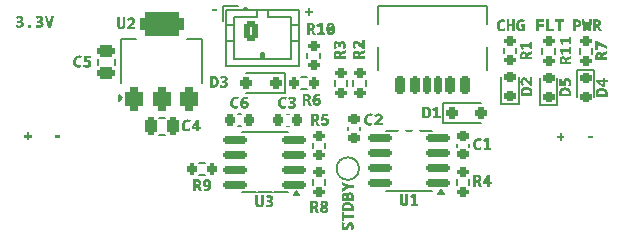
<source format=gto>
G04 #@! TF.GenerationSoftware,KiCad,Pcbnew,9.0.1*
G04 #@! TF.CreationDate,2025-05-19T19:41:34+12:00*
G04 #@! TF.ProjectId,breadbat,62726561-6462-4617-942e-6b696361645f,v1.0.1*
G04 #@! TF.SameCoordinates,Original*
G04 #@! TF.FileFunction,Legend,Top*
G04 #@! TF.FilePolarity,Positive*
%FSLAX46Y46*%
G04 Gerber Fmt 4.6, Leading zero omitted, Abs format (unit mm)*
G04 Created by KiCad (PCBNEW 9.0.1) date 2025-05-19 19:41:34*
%MOMM*%
%LPD*%
G01*
G04 APERTURE LIST*
G04 Aperture macros list*
%AMRoundRect*
0 Rectangle with rounded corners*
0 $1 Rounding radius*
0 $2 $3 $4 $5 $6 $7 $8 $9 X,Y pos of 4 corners*
0 Add a 4 corners polygon primitive as box body*
4,1,4,$2,$3,$4,$5,$6,$7,$8,$9,$2,$3,0*
0 Add four circle primitives for the rounded corners*
1,1,$1+$1,$2,$3*
1,1,$1+$1,$4,$5*
1,1,$1+$1,$6,$7*
1,1,$1+$1,$8,$9*
0 Add four rect primitives between the rounded corners*
20,1,$1+$1,$2,$3,$4,$5,0*
20,1,$1+$1,$4,$5,$6,$7,0*
20,1,$1+$1,$6,$7,$8,$9,0*
20,1,$1+$1,$8,$9,$2,$3,0*%
G04 Aperture macros list end*
%ADD10C,0.153000*%
%ADD11C,0.150000*%
%ADD12C,0.120000*%
%ADD13RoundRect,0.225000X-0.250000X0.225000X-0.250000X-0.225000X0.250000X-0.225000X0.250000X0.225000X0*%
%ADD14C,1.500000*%
%ADD15RoundRect,0.375000X0.375000X-0.625000X0.375000X0.625000X-0.375000X0.625000X-0.375000X-0.625000X0*%
%ADD16RoundRect,0.500000X1.400000X-0.500000X1.400000X0.500000X-1.400000X0.500000X-1.400000X-0.500000X0*%
%ADD17RoundRect,0.200000X-0.275000X0.200000X-0.275000X-0.200000X0.275000X-0.200000X0.275000X0.200000X0*%
%ADD18RoundRect,0.150000X0.825000X0.150000X-0.825000X0.150000X-0.825000X-0.150000X0.825000X-0.150000X0*%
%ADD19R,2.410000X3.300000*%
%ADD20RoundRect,0.250000X0.250000X0.475000X-0.250000X0.475000X-0.250000X-0.475000X0.250000X-0.475000X0*%
%ADD21RoundRect,0.200000X0.200000X0.275000X-0.200000X0.275000X-0.200000X-0.275000X0.200000X-0.275000X0*%
%ADD22O,1.200000X1.750000*%
%ADD23RoundRect,0.250000X-0.350000X-0.625000X0.350000X-0.625000X0.350000X0.625000X-0.350000X0.625000X0*%
%ADD24RoundRect,0.250000X0.250000X0.250000X-0.250000X0.250000X-0.250000X-0.250000X0.250000X-0.250000X0*%
%ADD25RoundRect,0.218750X0.256250X-0.218750X0.256250X0.218750X-0.256250X0.218750X-0.256250X-0.218750X0*%
%ADD26RoundRect,0.250000X-0.250000X-0.250000X0.250000X-0.250000X0.250000X0.250000X-0.250000X0.250000X0*%
%ADD27RoundRect,0.218750X-0.256250X0.218750X-0.256250X-0.218750X0.256250X-0.218750X0.256250X0.218750X0*%
%ADD28RoundRect,0.200000X0.275000X-0.200000X0.275000X0.200000X-0.275000X0.200000X-0.275000X-0.200000X0*%
%ADD29RoundRect,0.225000X0.250000X-0.225000X0.250000X0.225000X-0.250000X0.225000X-0.250000X-0.225000X0*%
%ADD30RoundRect,0.225000X0.225000X0.250000X-0.225000X0.250000X-0.225000X-0.250000X0.225000X-0.250000X0*%
%ADD31RoundRect,0.250000X-0.475000X0.250000X-0.475000X-0.250000X0.475000X-0.250000X0.475000X0.250000X0*%
%ADD32RoundRect,0.175000X0.175000X0.625000X-0.175000X0.625000X-0.175000X-0.625000X0.175000X-0.625000X0*%
%ADD33RoundRect,0.200000X0.200000X0.600000X-0.200000X0.600000X-0.200000X-0.600000X0.200000X-0.600000X0*%
%ADD34RoundRect,0.225000X0.225000X0.575000X-0.225000X0.575000X-0.225000X-0.575000X0.225000X-0.575000X0*%
%ADD35O,1.000000X1.700000*%
%ADD36RoundRect,0.225000X-0.225000X-0.250000X0.225000X-0.250000X0.225000X0.250000X-0.225000X0.250000X0*%
%ADD37R,1.700000X1.700000*%
%ADD38C,1.700000*%
%ADD39C,0.800000*%
%ADD40C,0.600000*%
G04 APERTURE END LIST*
D10*
G36*
X123301519Y-58557500D02*
G01*
X123301519Y-57557875D01*
X123973492Y-57557875D01*
X123973492Y-57767923D01*
X123540877Y-57767923D01*
X123540877Y-57976507D01*
X123956700Y-57976507D01*
X123956700Y-58186495D01*
X123540877Y-58186495D01*
X123540877Y-58557500D01*
X123301519Y-58557500D01*
G37*
G36*
X124161742Y-58557500D02*
G01*
X124161742Y-57557875D01*
X124406718Y-57557875D01*
X124406718Y-58340490D01*
X124812711Y-58340490D01*
X124812711Y-58557500D01*
X124161742Y-58557500D01*
G37*
G36*
X125192752Y-58557500D02*
G01*
X125192752Y-57767923D01*
X124923963Y-57767923D01*
X124923963Y-57557875D01*
X125707922Y-57557875D01*
X125707922Y-57767923D01*
X125437728Y-57767923D01*
X125437728Y-58557500D01*
X125192752Y-58557500D01*
G37*
G36*
X104003686Y-57302100D02*
G01*
X104003686Y-57055720D01*
X103775502Y-57055720D01*
X103775502Y-56872294D01*
X104003686Y-56872294D01*
X104003686Y-56621700D01*
X104189921Y-56621700D01*
X104189921Y-56872294D01*
X104419509Y-56872294D01*
X104419509Y-57055720D01*
X104189921Y-57055720D01*
X104189921Y-57302100D01*
X104003686Y-57302100D01*
G37*
G36*
X127687487Y-67623917D02*
G01*
X127687487Y-67413929D01*
X128107524Y-67413929D01*
X128107524Y-67623917D01*
X127687487Y-67623917D01*
G37*
G36*
X79535926Y-58270078D02*
G01*
X79472269Y-58267021D01*
X79403607Y-58257500D01*
X79334653Y-58241555D01*
X79264328Y-58218299D01*
X79264328Y-58009715D01*
X79331498Y-58037114D01*
X79402203Y-58058014D01*
X79472662Y-58071430D01*
X79530308Y-58075478D01*
X79581804Y-58071380D01*
X79619973Y-58060450D01*
X79647911Y-58044031D01*
X79669567Y-58020638D01*
X79682561Y-57992429D01*
X79687112Y-57957875D01*
X79681651Y-57924223D01*
X79666107Y-57898401D01*
X79639931Y-57879524D01*
X79593262Y-57864146D01*
X79536243Y-57856146D01*
X79447693Y-57852911D01*
X79391700Y-57852911D01*
X79391700Y-57654098D01*
X79449098Y-57654098D01*
X79536010Y-57650096D01*
X79592395Y-57640159D01*
X79626845Y-57626803D01*
X79654236Y-57605090D01*
X79670262Y-57577511D01*
X79675877Y-57542112D01*
X79671934Y-57508160D01*
X79661432Y-57484342D01*
X79645102Y-57467923D01*
X79611342Y-57452505D01*
X79566700Y-57446919D01*
X79516044Y-57451305D01*
X79461004Y-57465115D01*
X79407623Y-57485716D01*
X79360926Y-57509872D01*
X79261519Y-57340490D01*
X79330733Y-57300767D01*
X79409897Y-57269781D01*
X79494800Y-57250540D01*
X79589110Y-57243892D01*
X79664260Y-57248413D01*
X79726455Y-57260982D01*
X79777810Y-57280459D01*
X79820102Y-57306235D01*
X79855739Y-57340382D01*
X79881217Y-57381202D01*
X79897091Y-57430037D01*
X79902718Y-57488928D01*
X79896060Y-57554234D01*
X79877500Y-57606531D01*
X79848463Y-57651725D01*
X79813080Y-57687742D01*
X79772522Y-57716977D01*
X79730526Y-57739521D01*
X79730526Y-57743674D01*
X79783293Y-57757620D01*
X79831277Y-57779394D01*
X79872895Y-57810160D01*
X79905465Y-57850835D01*
X79920493Y-57882346D01*
X79930065Y-57920358D01*
X79933492Y-57966301D01*
X79927752Y-58024356D01*
X79910970Y-58076666D01*
X79883056Y-58124509D01*
X79845991Y-58166143D01*
X79799986Y-58201803D01*
X79743777Y-58231610D01*
X79683339Y-58252413D01*
X79614508Y-58265489D01*
X79535926Y-58270078D01*
G37*
G36*
X80439502Y-58267269D02*
G01*
X80402170Y-58263858D01*
X80369326Y-58254013D01*
X80340095Y-58237899D01*
X80317617Y-58215189D01*
X80303402Y-58183561D01*
X80298147Y-58139897D01*
X80303437Y-58095316D01*
X80317685Y-58063296D01*
X80340095Y-58040551D01*
X80369330Y-58024402D01*
X80402174Y-58014537D01*
X80439502Y-58011120D01*
X80475869Y-58014536D01*
X80507772Y-58024395D01*
X80536100Y-58040551D01*
X80557717Y-58063181D01*
X80571551Y-58095186D01*
X80576706Y-58139897D01*
X80571585Y-58183690D01*
X80557783Y-58215304D01*
X80536100Y-58237899D01*
X80507776Y-58254020D01*
X80475873Y-58263859D01*
X80439502Y-58267269D01*
G37*
G36*
X81214363Y-58270078D02*
G01*
X81150706Y-58267021D01*
X81082044Y-58257500D01*
X81013090Y-58241555D01*
X80942765Y-58218299D01*
X80942765Y-58009715D01*
X81009935Y-58037114D01*
X81080640Y-58058014D01*
X81151099Y-58071430D01*
X81208745Y-58075478D01*
X81260241Y-58071380D01*
X81298410Y-58060450D01*
X81326348Y-58044031D01*
X81348004Y-58020638D01*
X81360998Y-57992429D01*
X81365549Y-57957875D01*
X81360088Y-57924223D01*
X81344544Y-57898401D01*
X81318368Y-57879524D01*
X81271699Y-57864146D01*
X81214680Y-57856146D01*
X81126130Y-57852911D01*
X81070137Y-57852911D01*
X81070137Y-57654098D01*
X81127534Y-57654098D01*
X81214447Y-57650096D01*
X81270832Y-57640159D01*
X81305282Y-57626803D01*
X81332672Y-57605090D01*
X81348699Y-57577511D01*
X81354314Y-57542112D01*
X81350370Y-57508160D01*
X81339868Y-57484342D01*
X81323539Y-57467923D01*
X81289779Y-57452505D01*
X81245137Y-57446919D01*
X81194481Y-57451305D01*
X81139441Y-57465115D01*
X81086060Y-57485716D01*
X81039363Y-57509872D01*
X80939956Y-57340490D01*
X81009170Y-57300767D01*
X81088333Y-57269781D01*
X81173237Y-57250540D01*
X81267547Y-57243892D01*
X81342697Y-57248413D01*
X81404892Y-57260982D01*
X81456247Y-57280459D01*
X81498539Y-57306235D01*
X81534176Y-57340382D01*
X81559654Y-57381202D01*
X81575527Y-57430037D01*
X81581154Y-57488928D01*
X81574497Y-57554234D01*
X81555936Y-57606531D01*
X81526900Y-57651725D01*
X81491517Y-57687742D01*
X81450959Y-57716977D01*
X81408963Y-57739521D01*
X81408963Y-57743674D01*
X81461730Y-57757620D01*
X81509713Y-57779394D01*
X81551332Y-57810160D01*
X81583902Y-57850835D01*
X81598930Y-57882346D01*
X81608502Y-57920358D01*
X81611929Y-57966301D01*
X81606189Y-58024356D01*
X81589406Y-58076666D01*
X81561493Y-58124509D01*
X81524427Y-58166143D01*
X81478423Y-58201803D01*
X81422213Y-58231610D01*
X81361776Y-58252413D01*
X81292945Y-58265489D01*
X81214363Y-58270078D01*
G37*
G36*
X81955579Y-58257500D02*
G01*
X81702177Y-57257875D01*
X81947152Y-57257875D01*
X82073182Y-57840272D01*
X82087836Y-57908232D01*
X82103956Y-57988710D01*
X82116535Y-58061495D01*
X82123557Y-58061495D01*
X82136135Y-57988039D01*
X82150118Y-57906828D01*
X82162758Y-57840272D01*
X82283169Y-57257875D01*
X82528145Y-57257875D01*
X82276147Y-58257500D01*
X81955579Y-58257500D01*
G37*
G36*
X126897971Y-57563919D02*
G01*
X126968008Y-57580583D01*
X127024332Y-57606309D01*
X127069406Y-57640490D01*
X127105790Y-57684282D01*
X127132509Y-57737000D01*
X127149451Y-57800466D01*
X127155502Y-57877100D01*
X127151509Y-57938875D01*
X127139789Y-57996525D01*
X127120514Y-58050696D01*
X127092617Y-58100180D01*
X127055576Y-58142422D01*
X127008468Y-58178129D01*
X126955031Y-58203352D01*
X126887978Y-58219733D01*
X126804098Y-58225696D01*
X126672512Y-58225696D01*
X126672512Y-58557500D01*
X126441519Y-58557500D01*
X126441519Y-58022730D01*
X126672512Y-58022730D01*
X126776071Y-58022730D01*
X126816580Y-58018333D01*
X126848876Y-58006054D01*
X126874806Y-57986338D01*
X126893855Y-57959873D01*
X126906058Y-57925215D01*
X126910526Y-57879909D01*
X126906941Y-57845614D01*
X126896810Y-57817346D01*
X126880423Y-57793813D01*
X126858034Y-57776631D01*
X126825812Y-57765226D01*
X126780284Y-57760901D01*
X126672512Y-57760901D01*
X126672512Y-58022730D01*
X126441519Y-58022730D01*
X126441519Y-57557875D01*
X126811120Y-57557875D01*
X126897971Y-57563919D01*
G37*
G36*
X127254115Y-58557500D02*
G01*
X127203740Y-57557875D01*
X127403897Y-57557875D01*
X127417208Y-57766519D01*
X127425573Y-57894624D01*
X127429787Y-57976507D01*
X127430519Y-58047887D01*
X127429787Y-58190708D01*
X127427711Y-58360090D01*
X127434733Y-58360090D01*
X127443098Y-58281749D01*
X127455676Y-58181610D01*
X127469720Y-58082203D01*
X127480894Y-58004473D01*
X127513135Y-57784715D01*
X127720314Y-57784715D01*
X127748340Y-58005877D01*
X127757377Y-58084340D01*
X127768613Y-58183747D01*
X127780519Y-58283154D01*
X127790289Y-58361495D01*
X127797311Y-58361495D01*
X127795907Y-58179534D01*
X127794502Y-58032500D01*
X127795174Y-57964600D01*
X127797311Y-57902318D01*
X127801524Y-57826725D01*
X127809218Y-57718220D01*
X127819720Y-57557875D01*
X128029708Y-57557875D01*
X127973715Y-58557500D01*
X127675495Y-58557500D01*
X127651742Y-58357281D01*
X127640507Y-58257203D01*
X127627196Y-58137524D01*
X127616693Y-58038117D01*
X127612541Y-58038117D01*
X127603382Y-58137524D01*
X127590804Y-58257203D01*
X127580301Y-58357281D01*
X127560701Y-58557500D01*
X127254115Y-58557500D01*
G37*
G36*
X128530194Y-57563455D02*
G01*
X128605591Y-57578649D01*
X128664749Y-57601640D01*
X128710718Y-57631392D01*
X128748967Y-57671184D01*
X128776686Y-57719248D01*
X128794134Y-57777286D01*
X128800355Y-57847730D01*
X128795748Y-57909254D01*
X128782676Y-57961961D01*
X128761826Y-58007342D01*
X128732929Y-58048281D01*
X128695292Y-58086473D01*
X128647765Y-58122076D01*
X128868927Y-58557500D01*
X128608564Y-58557500D01*
X128447547Y-58196325D01*
X128349544Y-58196325D01*
X128349544Y-58557500D01*
X128119956Y-58557500D01*
X128119956Y-57993299D01*
X128349544Y-57993299D01*
X128433564Y-57993299D01*
X128469962Y-57989945D01*
X128501609Y-57980308D01*
X128529429Y-57964600D01*
X128550901Y-57942570D01*
X128564403Y-57912450D01*
X128569363Y-57871482D01*
X128565588Y-57838321D01*
X128554998Y-57811774D01*
X128537855Y-57790333D01*
X128515003Y-57774904D01*
X128483484Y-57764718D01*
X128440525Y-57760901D01*
X128349544Y-57760901D01*
X128349544Y-57993299D01*
X128119956Y-57993299D01*
X128119956Y-57557875D01*
X128434907Y-57557875D01*
X128530194Y-57563455D01*
G37*
G36*
X95887487Y-56884497D02*
G01*
X95887487Y-56674509D01*
X96307524Y-56674509D01*
X96307524Y-56884497D01*
X95887487Y-56884497D01*
G37*
G36*
X125303686Y-67841520D02*
G01*
X125303686Y-67595140D01*
X125075502Y-67595140D01*
X125075502Y-67411714D01*
X125303686Y-67411714D01*
X125303686Y-67161120D01*
X125489921Y-67161120D01*
X125489921Y-67411714D01*
X125719509Y-67411714D01*
X125719509Y-67595140D01*
X125489921Y-67595140D01*
X125489921Y-67841520D01*
X125303686Y-67841520D01*
G37*
G36*
X120383698Y-58571482D02*
G01*
X120315746Y-58567275D01*
X120256044Y-58555256D01*
X120203411Y-58536058D01*
X120156857Y-58509933D01*
X120101889Y-58463915D01*
X120056273Y-58406366D01*
X120019654Y-58335605D01*
X119994769Y-58259110D01*
X119979037Y-58171273D01*
X119973492Y-58070296D01*
X119980429Y-57960396D01*
X120000005Y-57866494D01*
X120030889Y-57786120D01*
X120063207Y-57729881D01*
X120101017Y-57681625D01*
X120144470Y-57640576D01*
X120193982Y-57606235D01*
X120247703Y-57579653D01*
X120307143Y-57560195D01*
X120373151Y-57548094D01*
X120446713Y-57543892D01*
X120512039Y-57547228D01*
X120576161Y-57557203D01*
X120640030Y-57573840D01*
X120708480Y-57598480D01*
X120642718Y-57805720D01*
X120592995Y-57785117D01*
X120543250Y-57771404D01*
X120493748Y-57763388D01*
X120450926Y-57760901D01*
X120394138Y-57765615D01*
X120349195Y-57778575D01*
X120313661Y-57798698D01*
X120283878Y-57826761D01*
X120260109Y-57862033D01*
X120242281Y-57905799D01*
X120226932Y-57978799D01*
X120221277Y-58071700D01*
X120225245Y-58151004D01*
X120235839Y-58211468D01*
X120251441Y-58256788D01*
X120270980Y-58290115D01*
X120298198Y-58318030D01*
X120332009Y-58338348D01*
X120373829Y-58351239D01*
X120425708Y-58355877D01*
X120482798Y-58351907D01*
X120548867Y-58339085D01*
X120613513Y-58317856D01*
X120670683Y-58288710D01*
X120670683Y-58514085D01*
X120603200Y-58539530D01*
X120530671Y-58557500D01*
X120456511Y-58568017D01*
X120383698Y-58571482D01*
G37*
G36*
X120812711Y-58557500D02*
G01*
X120812711Y-57557875D01*
X121060495Y-57557875D01*
X121060495Y-57931688D01*
X121292892Y-57931688D01*
X121292892Y-57557875D01*
X121540737Y-57557875D01*
X121540737Y-58557500D01*
X121292892Y-58557500D01*
X121292892Y-58141676D01*
X121060495Y-58141676D01*
X121060495Y-58557500D01*
X120812711Y-58557500D01*
G37*
G36*
X122090162Y-58571482D02*
G01*
X122009559Y-58567214D01*
X121939764Y-58555132D01*
X121879312Y-58536090D01*
X121826929Y-58510605D01*
X121778467Y-58476866D01*
X121737073Y-58436923D01*
X121702194Y-58390331D01*
X121673606Y-58336338D01*
X121646846Y-58259163D01*
X121629930Y-58170201D01*
X121623963Y-58067487D01*
X121629379Y-57966681D01*
X121644704Y-57879513D01*
X121668856Y-57804121D01*
X121701185Y-57738890D01*
X121741505Y-57682500D01*
X121791175Y-57634036D01*
X121849126Y-57595963D01*
X121916586Y-57567883D01*
X121995285Y-57550159D01*
X122087353Y-57543892D01*
X122172088Y-57548609D01*
X122246905Y-57562088D01*
X122317336Y-57582890D01*
X122377147Y-57606906D01*
X122304363Y-57805720D01*
X122257410Y-57784449D01*
X122209841Y-57768595D01*
X122161055Y-57758616D01*
X122111167Y-57755284D01*
X122052655Y-57760568D01*
X122004002Y-57775459D01*
X121963278Y-57799254D01*
X121929145Y-57832281D01*
X121903365Y-57871874D01*
X121883677Y-57921577D01*
X121870813Y-57983582D01*
X121866130Y-58060526D01*
X121872566Y-58147950D01*
X121890343Y-58218512D01*
X121917909Y-58275399D01*
X121947163Y-58310990D01*
X121982781Y-58336141D01*
X122026003Y-58351740D01*
X122078927Y-58357281D01*
X122115990Y-58354534D01*
X122160137Y-58346107D01*
X122160137Y-58166894D01*
X122043939Y-58166894D01*
X122043939Y-57972294D01*
X122379956Y-57972294D01*
X122379956Y-58511277D01*
X122300850Y-58539547D01*
X122230846Y-58557500D01*
X122161103Y-58567979D01*
X122090162Y-58571482D01*
G37*
G36*
X107881482Y-75122512D02*
G01*
X107877905Y-75199681D01*
X107867500Y-75270950D01*
X107848997Y-75341779D01*
X107818529Y-75423480D01*
X107583323Y-75423480D01*
X107626887Y-75336657D01*
X107652627Y-75259715D01*
X107666974Y-75183644D01*
X107671495Y-75115490D01*
X107666963Y-75057547D01*
X107655436Y-75018892D01*
X107641713Y-74999786D01*
X107621692Y-74988166D01*
X107593093Y-74983904D01*
X107561133Y-74989406D01*
X107537833Y-75004909D01*
X107518531Y-75029281D01*
X107495823Y-75068595D01*
X107437693Y-75177100D01*
X107393236Y-75248924D01*
X107353002Y-75303801D01*
X107308108Y-75348952D01*
X107258541Y-75380127D01*
X107201592Y-75398554D01*
X107128299Y-75405284D01*
X107063957Y-75399890D01*
X107009862Y-75384661D01*
X106964116Y-75360370D01*
X106925333Y-75326882D01*
X106896286Y-75286229D01*
X106873515Y-75231249D01*
X106858203Y-75158147D01*
X106852487Y-75062306D01*
X106857860Y-74963142D01*
X106872821Y-74880284D01*
X106896518Y-74803111D01*
X106925272Y-74736120D01*
X107119872Y-74813117D01*
X107092181Y-74877345D01*
X107075786Y-74934872D01*
X107066672Y-74991097D01*
X107063879Y-75038492D01*
X107068300Y-75087366D01*
X107080000Y-75122512D01*
X107093444Y-75139979D01*
X107112992Y-75150728D01*
X107140877Y-75154691D01*
X107164667Y-75150979D01*
X107185024Y-75140036D01*
X107203205Y-75121161D01*
X107227705Y-75084043D01*
X107292124Y-74965708D01*
X107325921Y-74904513D01*
X107361428Y-74849509D01*
X107402882Y-74801411D01*
X107452409Y-74764146D01*
X107489700Y-74746915D01*
X107535069Y-74735875D01*
X107590284Y-74731906D01*
X107645362Y-74736476D01*
X107698117Y-74750102D01*
X107746732Y-74774402D01*
X107791235Y-74812384D01*
X107815808Y-74843644D01*
X107837820Y-74883075D01*
X107856997Y-74932124D01*
X107869894Y-74983118D01*
X107878391Y-75045887D01*
X107881482Y-75122512D01*
G37*
G36*
X107867500Y-74371465D02*
G01*
X107077923Y-74371465D01*
X107077923Y-74640254D01*
X106867875Y-74640254D01*
X106867875Y-73856296D01*
X107077923Y-73856296D01*
X107077923Y-74126489D01*
X107867500Y-74126489D01*
X107867500Y-74371465D01*
G37*
G36*
X107432315Y-73021116D02*
G01*
X107507636Y-73032614D01*
X107573924Y-73050814D01*
X107632294Y-73075207D01*
X107687778Y-73107856D01*
X107735075Y-73145883D01*
X107774987Y-73189444D01*
X107808026Y-73238972D01*
X107840319Y-73311641D01*
X107860448Y-73394714D01*
X107867500Y-73490237D01*
X107867500Y-73773070D01*
X106867875Y-73773070D01*
X106867875Y-73472041D01*
X107070901Y-73472041D01*
X107070901Y-73540673D01*
X107664473Y-73540673D01*
X107664473Y-73487489D01*
X107659079Y-73432004D01*
X107643965Y-73386805D01*
X107619830Y-73349748D01*
X107586132Y-73319450D01*
X107546432Y-73297324D01*
X107496438Y-73280220D01*
X107433969Y-73268968D01*
X107356482Y-73264862D01*
X107269854Y-73270525D01*
X107204005Y-73285720D01*
X107154623Y-73308426D01*
X107118256Y-73337665D01*
X107092567Y-73373629D01*
X107076597Y-73417657D01*
X107070901Y-73472041D01*
X106867875Y-73472041D01*
X106867875Y-73470636D01*
X106873422Y-73383514D01*
X106889175Y-73308091D01*
X106914194Y-73242619D01*
X106948100Y-73185647D01*
X106991095Y-73136085D01*
X107041787Y-73095207D01*
X107101167Y-73062529D01*
X107170588Y-73038116D01*
X107251764Y-73022586D01*
X107346713Y-73017077D01*
X107432315Y-73021116D01*
G37*
G36*
X107639990Y-72198071D02*
G01*
X107697558Y-72215778D01*
X107746800Y-72244339D01*
X107789098Y-72284288D01*
X107822109Y-72332228D01*
X107846521Y-72388804D01*
X107861999Y-72455654D01*
X107867500Y-72534820D01*
X107867500Y-72905825D01*
X106867875Y-72905825D01*
X106867875Y-72572616D01*
X107061071Y-72572616D01*
X107061071Y-72684663D01*
X107259884Y-72684663D01*
X107259884Y-72568464D01*
X107259099Y-72560038D01*
X107440502Y-72560038D01*
X107440502Y-72684663D01*
X107674303Y-72684663D01*
X107674303Y-72555825D01*
X107669640Y-72510657D01*
X107657152Y-72477877D01*
X107637911Y-72454342D01*
X107612228Y-72436747D01*
X107584480Y-72426356D01*
X107553892Y-72422834D01*
X107523446Y-72426425D01*
X107496934Y-72436865D01*
X107473414Y-72454342D01*
X107456336Y-72477656D01*
X107444876Y-72511618D01*
X107440502Y-72560038D01*
X107259099Y-72560038D01*
X107255809Y-72524728D01*
X107244929Y-72492785D01*
X107228377Y-72469729D01*
X107205809Y-72452079D01*
X107181130Y-72441730D01*
X107153517Y-72438222D01*
X107126172Y-72441952D01*
X107103956Y-72452612D01*
X107085617Y-72470462D01*
X107073020Y-72493370D01*
X107064381Y-72526321D01*
X107061071Y-72572616D01*
X106867875Y-72572616D01*
X106867875Y-72569869D01*
X106872712Y-72472688D01*
X106885726Y-72397284D01*
X106905064Y-72339597D01*
X106929485Y-72296133D01*
X106963539Y-72258901D01*
X107004422Y-72232381D01*
X107053500Y-72215887D01*
X107112911Y-72210038D01*
X107177737Y-72215751D01*
X107228011Y-72231357D01*
X107266906Y-72255528D01*
X107300199Y-72288184D01*
X107323000Y-72320945D01*
X107336882Y-72354263D01*
X107343904Y-72354263D01*
X107359907Y-72311673D01*
X107383545Y-72273622D01*
X107415345Y-72239469D01*
X107453616Y-72214300D01*
X107504597Y-72197906D01*
X107572088Y-72191842D01*
X107639990Y-72198071D01*
G37*
G36*
X107867500Y-71852405D02*
G01*
X107481107Y-71852405D01*
X106867875Y-72129621D01*
X106867875Y-71872006D01*
X107223492Y-71727841D01*
X106867875Y-71586425D01*
X106867875Y-71331618D01*
X107481107Y-71607430D01*
X107867500Y-71607430D01*
X107867500Y-71852405D01*
G37*
G36*
X82587487Y-67584497D02*
G01*
X82587487Y-67374509D01*
X83007524Y-67374509D01*
X83007524Y-67584497D01*
X82587487Y-67584497D01*
G37*
G36*
X80203686Y-67802100D02*
G01*
X80203686Y-67555720D01*
X79975502Y-67555720D01*
X79975502Y-67372294D01*
X80203686Y-67372294D01*
X80203686Y-67121700D01*
X80389921Y-67121700D01*
X80389921Y-67372294D01*
X80619509Y-67372294D01*
X80619509Y-67555720D01*
X80389921Y-67555720D01*
X80389921Y-67802100D01*
X80203686Y-67802100D01*
G37*
G36*
X118384480Y-68631482D02*
G01*
X118316528Y-68627275D01*
X118256826Y-68615256D01*
X118204193Y-68596058D01*
X118157639Y-68569933D01*
X118102671Y-68523915D01*
X118057055Y-68466366D01*
X118020436Y-68395605D01*
X117995551Y-68319110D01*
X117979819Y-68231273D01*
X117974274Y-68130296D01*
X117981211Y-68020396D01*
X118000787Y-67926494D01*
X118031671Y-67846120D01*
X118063989Y-67789881D01*
X118101799Y-67741625D01*
X118145252Y-67700576D01*
X118194764Y-67666235D01*
X118248485Y-67639653D01*
X118307925Y-67620195D01*
X118373933Y-67608094D01*
X118447495Y-67603892D01*
X118512821Y-67607228D01*
X118576943Y-67617203D01*
X118640812Y-67633840D01*
X118709262Y-67658480D01*
X118643500Y-67865720D01*
X118593777Y-67845117D01*
X118544032Y-67831404D01*
X118494530Y-67823388D01*
X118451708Y-67820901D01*
X118394920Y-67825615D01*
X118349977Y-67838575D01*
X118314443Y-67858698D01*
X118284660Y-67886761D01*
X118260891Y-67922033D01*
X118243063Y-67965799D01*
X118227714Y-68038799D01*
X118222059Y-68131700D01*
X118226027Y-68211004D01*
X118236621Y-68271468D01*
X118252223Y-68316788D01*
X118271762Y-68350115D01*
X118298980Y-68378030D01*
X118332791Y-68398348D01*
X118374611Y-68411239D01*
X118426490Y-68415877D01*
X118483580Y-68411907D01*
X118549649Y-68399085D01*
X118614295Y-68377856D01*
X118671465Y-68348710D01*
X118671465Y-68574085D01*
X118603982Y-68599530D01*
X118531453Y-68617500D01*
X118457293Y-68628017D01*
X118384480Y-68631482D01*
G37*
G36*
X118889086Y-68617500D02*
G01*
X118889086Y-68435478D01*
X119078130Y-68418686D01*
X119078130Y-68106482D01*
X119078130Y-68039987D01*
X119078801Y-67949007D01*
X119080877Y-67871277D01*
X119036120Y-67900708D01*
X118996919Y-67924521D01*
X118911495Y-67970683D01*
X118813493Y-67784509D01*
X119104691Y-67617875D01*
X119324510Y-67617875D01*
X119324510Y-68418686D01*
X119513493Y-68435478D01*
X119513493Y-68617500D01*
X118889086Y-68617500D01*
G37*
G36*
X88188257Y-58386482D02*
G01*
X88105015Y-58379847D01*
X88034332Y-58361063D01*
X87973979Y-58331090D01*
X87922277Y-58289884D01*
X87881108Y-58238879D01*
X87850662Y-58176856D01*
X87831241Y-58101530D01*
X87824274Y-58009921D01*
X87824274Y-57372875D01*
X88069311Y-57372875D01*
X88069311Y-57990321D01*
X88073317Y-58057770D01*
X88083382Y-58102282D01*
X88097277Y-58130272D01*
X88118696Y-58151578D01*
X88146895Y-58164722D01*
X88184105Y-58169473D01*
X88220540Y-58164875D01*
X88250079Y-58151823D01*
X88274353Y-58130272D01*
X88290842Y-58101825D01*
X88302605Y-58056877D01*
X88307264Y-57988916D01*
X88307264Y-57372875D01*
X88552301Y-57372875D01*
X88552301Y-58004303D01*
X88545748Y-58092992D01*
X88527300Y-58167711D01*
X88498121Y-58230863D01*
X88458451Y-58284328D01*
X88408456Y-58327626D01*
X88348273Y-58359297D01*
X88275815Y-58379332D01*
X88188257Y-58386482D01*
G37*
G36*
X88673323Y-58372500D02*
G01*
X88673323Y-58200308D01*
X88881907Y-58001495D01*
X89028880Y-57859406D01*
X89079829Y-57804459D01*
X89110762Y-57762137D01*
X89130331Y-57718712D01*
X89136713Y-57673904D01*
X89132479Y-57637231D01*
X89121041Y-57610546D01*
X89103069Y-57591289D01*
X89065542Y-57572853D01*
X89013493Y-57566071D01*
X88973235Y-57569428D01*
X88936351Y-57579256D01*
X88902179Y-57595502D01*
X88852818Y-57630116D01*
X88793674Y-57683674D01*
X88663493Y-57519909D01*
X88722955Y-57467141D01*
X88780464Y-57426806D01*
X88836417Y-57397421D01*
X88895853Y-57376289D01*
X88960199Y-57363337D01*
X89030284Y-57358892D01*
X89097802Y-57362720D01*
X89159382Y-57373820D01*
X89215787Y-57391803D01*
X89268223Y-57418006D01*
X89311959Y-57451284D01*
X89348044Y-57491943D01*
X89374651Y-57538954D01*
X89391225Y-57594287D01*
X89397076Y-57659921D01*
X89391655Y-57717677D01*
X89375399Y-57773311D01*
X89347564Y-57827208D01*
X89301211Y-57889509D01*
X89242562Y-57952215D01*
X89156314Y-58032269D01*
X89014897Y-58155490D01*
X89014897Y-58162512D01*
X89398480Y-58162512D01*
X89398480Y-58372500D01*
X88673323Y-58372500D01*
G37*
G36*
X104682539Y-65558455D02*
G01*
X104757936Y-65573649D01*
X104817095Y-65596640D01*
X104863063Y-65626392D01*
X104901312Y-65666184D01*
X104929031Y-65714248D01*
X104946479Y-65772286D01*
X104952701Y-65842730D01*
X104948093Y-65904254D01*
X104935021Y-65956961D01*
X104914171Y-66002342D01*
X104885274Y-66043281D01*
X104847637Y-66081473D01*
X104800110Y-66117076D01*
X105021272Y-66552500D01*
X104760909Y-66552500D01*
X104599892Y-66191325D01*
X104501889Y-66191325D01*
X104501889Y-66552500D01*
X104272301Y-66552500D01*
X104272301Y-65988299D01*
X104501889Y-65988299D01*
X104585909Y-65988299D01*
X104622307Y-65984945D01*
X104653954Y-65975308D01*
X104681774Y-65959600D01*
X104703246Y-65937570D01*
X104716748Y-65907450D01*
X104721708Y-65866482D01*
X104717933Y-65833321D01*
X104707343Y-65806774D01*
X104690201Y-65785333D01*
X104667348Y-65769904D01*
X104635829Y-65759718D01*
X104592870Y-65755901D01*
X104501889Y-65755901D01*
X104501889Y-65988299D01*
X104272301Y-65988299D01*
X104272301Y-65552875D01*
X104587252Y-65552875D01*
X104682539Y-65558455D01*
G37*
G36*
X105378904Y-66566482D02*
G01*
X105306540Y-66563145D01*
X105235412Y-66553171D01*
X105166616Y-66536360D01*
X105104497Y-66513299D01*
X105104497Y-66296289D01*
X105162151Y-66318649D01*
X105227657Y-66339703D01*
X105296663Y-66354266D01*
X105373287Y-66359303D01*
X105420748Y-66355152D01*
X105458572Y-66343679D01*
X105488753Y-66325720D01*
X105512080Y-66300518D01*
X105526382Y-66268561D01*
X105531495Y-66227718D01*
X105526434Y-66189710D01*
X105512037Y-66159038D01*
X105488081Y-66133928D01*
X105457355Y-66116214D01*
X105416762Y-66104587D01*
X105363517Y-66100284D01*
X105284382Y-66106634D01*
X105206713Y-66124098D01*
X105119885Y-66075127D01*
X105153529Y-65552875D01*
X105728904Y-65552875D01*
X105728904Y-65762923D01*
X105394292Y-65762923D01*
X105383118Y-65909897D01*
X105450552Y-65900144D01*
X105500720Y-65897318D01*
X105570663Y-65903278D01*
X105628326Y-65919975D01*
X105676070Y-65946423D01*
X105715593Y-65982742D01*
X105746766Y-66027156D01*
X105769635Y-66078800D01*
X105784026Y-66139021D01*
X105789110Y-66209521D01*
X105784085Y-66281077D01*
X105769885Y-66342044D01*
X105747380Y-66394153D01*
X105716816Y-66438788D01*
X105677797Y-66476906D01*
X105620308Y-66514567D01*
X105552659Y-66542482D01*
X105472964Y-66560192D01*
X105378904Y-66566482D01*
G37*
G36*
X99908257Y-73466482D02*
G01*
X99825015Y-73459847D01*
X99754332Y-73441063D01*
X99693979Y-73411090D01*
X99642277Y-73369884D01*
X99601108Y-73318879D01*
X99570662Y-73256856D01*
X99551241Y-73181530D01*
X99544274Y-73089921D01*
X99544274Y-72452875D01*
X99789311Y-72452875D01*
X99789311Y-73070321D01*
X99793317Y-73137770D01*
X99803382Y-73182282D01*
X99817277Y-73210272D01*
X99838696Y-73231578D01*
X99866895Y-73244722D01*
X99904105Y-73249473D01*
X99940540Y-73244875D01*
X99970079Y-73231823D01*
X99994353Y-73210272D01*
X100010842Y-73181825D01*
X100022605Y-73136877D01*
X100027264Y-73068916D01*
X100027264Y-72452875D01*
X100272301Y-72452875D01*
X100272301Y-73084303D01*
X100265748Y-73172992D01*
X100247300Y-73247711D01*
X100218121Y-73310863D01*
X100178451Y-73364328D01*
X100128456Y-73407626D01*
X100068273Y-73439297D01*
X99995815Y-73459332D01*
X99908257Y-73466482D01*
G37*
G36*
X100685926Y-73465078D02*
G01*
X100622269Y-73462021D01*
X100553608Y-73452500D01*
X100484653Y-73436555D01*
X100414328Y-73413299D01*
X100414328Y-73204715D01*
X100481498Y-73232114D01*
X100552203Y-73253014D01*
X100622663Y-73266430D01*
X100680309Y-73270478D01*
X100731804Y-73266380D01*
X100769973Y-73255450D01*
X100797912Y-73239031D01*
X100819568Y-73215638D01*
X100832562Y-73187429D01*
X100837113Y-73152875D01*
X100831652Y-73119223D01*
X100816108Y-73093401D01*
X100789932Y-73074524D01*
X100743262Y-73059146D01*
X100686244Y-73051146D01*
X100597694Y-73047911D01*
X100541701Y-73047911D01*
X100541701Y-72849098D01*
X100599098Y-72849098D01*
X100686011Y-72845096D01*
X100742396Y-72835159D01*
X100776846Y-72821803D01*
X100804236Y-72800090D01*
X100820263Y-72772511D01*
X100825877Y-72737112D01*
X100821934Y-72703160D01*
X100811432Y-72679342D01*
X100795103Y-72662923D01*
X100761343Y-72647505D01*
X100716701Y-72641919D01*
X100666044Y-72646305D01*
X100611005Y-72660115D01*
X100557623Y-72680716D01*
X100510926Y-72704872D01*
X100411519Y-72535490D01*
X100480733Y-72495767D01*
X100559897Y-72464781D01*
X100644801Y-72445540D01*
X100739110Y-72438892D01*
X100814261Y-72443413D01*
X100876455Y-72455982D01*
X100927811Y-72475459D01*
X100970103Y-72501235D01*
X101005739Y-72535382D01*
X101031218Y-72576202D01*
X101047091Y-72625037D01*
X101052718Y-72683928D01*
X101046061Y-72749234D01*
X101027500Y-72801531D01*
X100998464Y-72846725D01*
X100963081Y-72882742D01*
X100922522Y-72911977D01*
X100880527Y-72934521D01*
X100880527Y-72938674D01*
X100933294Y-72952620D01*
X100981277Y-72974394D01*
X101022895Y-73005160D01*
X101055466Y-73045835D01*
X101070493Y-73077346D01*
X101080066Y-73115358D01*
X101083493Y-73161301D01*
X101077752Y-73219356D01*
X101060970Y-73271666D01*
X101033056Y-73319509D01*
X100995991Y-73361143D01*
X100949987Y-73396803D01*
X100893777Y-73426610D01*
X100833339Y-73447413D01*
X100764509Y-73460489D01*
X100685926Y-73465078D01*
G37*
G36*
X118412539Y-70723455D02*
G01*
X118487936Y-70738649D01*
X118547095Y-70761640D01*
X118593063Y-70791392D01*
X118631312Y-70831184D01*
X118659031Y-70879248D01*
X118676479Y-70937286D01*
X118682701Y-71007730D01*
X118678093Y-71069254D01*
X118665021Y-71121961D01*
X118644171Y-71167342D01*
X118615274Y-71208281D01*
X118577637Y-71246473D01*
X118530110Y-71282076D01*
X118751272Y-71717500D01*
X118490909Y-71717500D01*
X118329892Y-71356325D01*
X118231889Y-71356325D01*
X118231889Y-71717500D01*
X118002301Y-71717500D01*
X118002301Y-71153299D01*
X118231889Y-71153299D01*
X118315909Y-71153299D01*
X118352307Y-71149945D01*
X118383954Y-71140308D01*
X118411774Y-71124600D01*
X118433246Y-71102570D01*
X118446748Y-71072450D01*
X118451708Y-71031482D01*
X118447933Y-70998321D01*
X118437343Y-70971774D01*
X118420201Y-70950333D01*
X118397348Y-70934904D01*
X118365829Y-70924718D01*
X118322870Y-70920901D01*
X118231889Y-70920901D01*
X118231889Y-71153299D01*
X118002301Y-71153299D01*
X118002301Y-70717875D01*
X118317252Y-70717875D01*
X118412539Y-70723455D01*
G37*
G36*
X119430877Y-71326894D02*
G01*
X119555502Y-71326894D01*
X119555502Y-71518686D01*
X119430877Y-71518686D01*
X119430877Y-71717500D01*
X119198480Y-71717500D01*
X119198480Y-71518686D01*
X118799510Y-71518686D01*
X118799510Y-71331107D01*
X118802270Y-71326894D01*
X119009497Y-71326894D01*
X119198480Y-71326894D01*
X119198480Y-71191095D01*
X119198480Y-71125333D01*
X119199885Y-71034291D01*
X119192924Y-71034291D01*
X119157875Y-71093154D01*
X119125696Y-71143529D01*
X119009497Y-71326894D01*
X118802270Y-71326894D01*
X119201289Y-70717875D01*
X119430877Y-70717875D01*
X119430877Y-71326894D01*
G37*
G36*
X93734480Y-67046482D02*
G01*
X93666528Y-67042275D01*
X93606826Y-67030256D01*
X93554193Y-67011058D01*
X93507639Y-66984933D01*
X93452671Y-66938915D01*
X93407055Y-66881366D01*
X93370436Y-66810605D01*
X93345551Y-66734110D01*
X93329819Y-66646273D01*
X93324274Y-66545296D01*
X93331211Y-66435396D01*
X93350787Y-66341494D01*
X93381671Y-66261120D01*
X93413989Y-66204881D01*
X93451799Y-66156625D01*
X93495252Y-66115576D01*
X93544764Y-66081235D01*
X93598485Y-66054653D01*
X93657925Y-66035195D01*
X93723933Y-66023094D01*
X93797495Y-66018892D01*
X93862821Y-66022228D01*
X93926943Y-66032203D01*
X93990812Y-66048840D01*
X94059262Y-66073480D01*
X93993500Y-66280720D01*
X93943777Y-66260117D01*
X93894032Y-66246404D01*
X93844530Y-66238388D01*
X93801708Y-66235901D01*
X93744920Y-66240615D01*
X93699977Y-66253575D01*
X93664443Y-66273698D01*
X93634660Y-66301761D01*
X93610891Y-66337033D01*
X93593063Y-66380799D01*
X93577714Y-66453799D01*
X93572059Y-66546700D01*
X93576027Y-66626004D01*
X93586621Y-66686468D01*
X93602223Y-66731788D01*
X93621762Y-66765115D01*
X93648980Y-66793030D01*
X93682791Y-66813348D01*
X93724611Y-66826239D01*
X93776490Y-66830877D01*
X93833580Y-66826907D01*
X93899649Y-66814085D01*
X93964295Y-66792856D01*
X94021465Y-66763710D01*
X94021465Y-66989085D01*
X93953982Y-67014530D01*
X93881453Y-67032500D01*
X93807293Y-67043017D01*
X93734480Y-67046482D01*
G37*
G36*
X94780877Y-66641894D02*
G01*
X94905502Y-66641894D01*
X94905502Y-66833686D01*
X94780877Y-66833686D01*
X94780877Y-67032500D01*
X94548480Y-67032500D01*
X94548480Y-66833686D01*
X94149510Y-66833686D01*
X94149510Y-66646107D01*
X94152270Y-66641894D01*
X94359497Y-66641894D01*
X94548480Y-66641894D01*
X94548480Y-66506095D01*
X94548480Y-66440333D01*
X94549885Y-66349291D01*
X94542924Y-66349291D01*
X94507875Y-66408154D01*
X94475696Y-66458529D01*
X94359497Y-66641894D01*
X94152270Y-66641894D01*
X94551289Y-66032875D01*
X94780877Y-66032875D01*
X94780877Y-66641894D01*
G37*
G36*
X103972539Y-63858455D02*
G01*
X104047936Y-63873649D01*
X104107095Y-63896640D01*
X104153063Y-63926392D01*
X104191312Y-63966184D01*
X104219031Y-64014248D01*
X104236479Y-64072286D01*
X104242701Y-64142730D01*
X104238093Y-64204254D01*
X104225021Y-64256961D01*
X104204171Y-64302342D01*
X104175274Y-64343281D01*
X104137637Y-64381473D01*
X104090110Y-64417076D01*
X104311272Y-64852500D01*
X104050909Y-64852500D01*
X103889892Y-64491325D01*
X103791889Y-64491325D01*
X103791889Y-64852500D01*
X103562301Y-64852500D01*
X103562301Y-64288299D01*
X103791889Y-64288299D01*
X103875909Y-64288299D01*
X103912307Y-64284945D01*
X103943954Y-64275308D01*
X103971774Y-64259600D01*
X103993246Y-64237570D01*
X104006748Y-64207450D01*
X104011708Y-64166482D01*
X104007933Y-64133321D01*
X103997343Y-64106774D01*
X103980201Y-64085333D01*
X103957348Y-64069904D01*
X103925829Y-64059718D01*
X103882870Y-64055901D01*
X103791889Y-64055901D01*
X103791889Y-64288299D01*
X103562301Y-64288299D01*
X103562301Y-63852875D01*
X103877252Y-63852875D01*
X103972539Y-63858455D01*
G37*
G36*
X104945387Y-63841700D02*
G01*
X105030078Y-63850127D01*
X105030078Y-64054497D01*
X104959094Y-64045005D01*
X104891471Y-64041919D01*
X104827729Y-64046522D01*
X104774638Y-64059411D01*
X104730345Y-64079661D01*
X104693390Y-64107009D01*
X104663400Y-64141597D01*
X104640202Y-64184482D01*
X104624000Y-64237322D01*
X104615720Y-64302281D01*
X104622681Y-64302281D01*
X104642448Y-64269339D01*
X104668156Y-64241254D01*
X104700412Y-64217590D01*
X104736622Y-64200408D01*
X104777589Y-64189784D01*
X104824304Y-64186083D01*
X104884429Y-64191749D01*
X104936118Y-64207967D01*
X104981036Y-64234338D01*
X105020309Y-64271507D01*
X105050673Y-64315741D01*
X105073357Y-64369110D01*
X105087885Y-64433425D01*
X105093093Y-64510926D01*
X105087945Y-64582635D01*
X105073246Y-64645136D01*
X105049679Y-64699909D01*
X105016769Y-64749394D01*
X104976827Y-64790200D01*
X104929267Y-64823129D01*
X104876372Y-64846795D01*
X104817080Y-64861406D01*
X104750115Y-64866482D01*
X104678674Y-64860710D01*
X104614954Y-64844014D01*
X104557591Y-64816779D01*
X104506810Y-64779002D01*
X104463544Y-64730504D01*
X104427409Y-64669806D01*
X104402321Y-64603291D01*
X104386713Y-64526313D01*
X104635321Y-64526313D01*
X104638964Y-64566406D01*
X104648997Y-64597999D01*
X104664691Y-64622911D01*
X104686402Y-64642196D01*
X104712544Y-64653821D01*
X104744497Y-64657899D01*
X104771051Y-64654293D01*
X104794063Y-64643732D01*
X104814473Y-64625720D01*
X104828993Y-64602473D01*
X104838781Y-64569475D01*
X104842500Y-64523504D01*
X104836370Y-64462289D01*
X104820762Y-64422693D01*
X104803633Y-64403752D01*
X104779916Y-64392007D01*
X104747306Y-64387705D01*
X104712165Y-64392575D01*
X104684797Y-64406287D01*
X104663287Y-64429043D01*
X104642517Y-64473293D01*
X104635321Y-64526313D01*
X104386713Y-64526313D01*
X104386256Y-64524060D01*
X104380515Y-64429715D01*
X104385808Y-64320065D01*
X104401519Y-64214110D01*
X104419288Y-64145508D01*
X104443799Y-64082468D01*
X104474975Y-64024394D01*
X104514233Y-63972200D01*
X104562869Y-63927314D01*
X104621949Y-63889328D01*
X104686914Y-63862493D01*
X104766416Y-63845152D01*
X104863505Y-63838892D01*
X104945387Y-63841700D01*
G37*
G36*
X104612539Y-72928455D02*
G01*
X104687936Y-72943649D01*
X104747095Y-72966640D01*
X104793063Y-72996392D01*
X104831312Y-73036184D01*
X104859031Y-73084248D01*
X104876479Y-73142286D01*
X104882701Y-73212730D01*
X104878093Y-73274254D01*
X104865021Y-73326961D01*
X104844171Y-73372342D01*
X104815274Y-73413281D01*
X104777637Y-73451473D01*
X104730110Y-73487076D01*
X104951272Y-73922500D01*
X104690909Y-73922500D01*
X104529892Y-73561325D01*
X104431889Y-73561325D01*
X104431889Y-73922500D01*
X104202301Y-73922500D01*
X104202301Y-73358299D01*
X104431889Y-73358299D01*
X104515909Y-73358299D01*
X104552307Y-73354945D01*
X104583954Y-73345308D01*
X104611774Y-73329600D01*
X104633246Y-73307570D01*
X104646748Y-73277450D01*
X104651708Y-73236482D01*
X104647933Y-73203321D01*
X104637343Y-73176774D01*
X104620201Y-73155333D01*
X104597348Y-73139904D01*
X104565829Y-73129718D01*
X104522870Y-73125901D01*
X104431889Y-73125901D01*
X104431889Y-73358299D01*
X104202301Y-73358299D01*
X104202301Y-72922875D01*
X104517252Y-72922875D01*
X104612539Y-72928455D01*
G37*
G36*
X105454014Y-72913311D02*
G01*
X105518335Y-72925669D01*
X105572320Y-72944928D01*
X105617566Y-72970502D01*
X105656248Y-73004738D01*
X105683597Y-73045500D01*
X105700501Y-73094068D01*
X105706471Y-73152524D01*
X105700929Y-73207752D01*
X105684987Y-73255536D01*
X105658843Y-73297421D01*
X105624258Y-73333666D01*
X105579998Y-73367052D01*
X105524510Y-73397500D01*
X105584260Y-73434748D01*
X105632776Y-73472553D01*
X105671483Y-73510889D01*
X105701387Y-73554703D01*
X105719672Y-73605838D01*
X105726071Y-73666289D01*
X105720304Y-73723889D01*
X105703587Y-73774637D01*
X105675988Y-73819988D01*
X105636495Y-73860889D01*
X105590297Y-73891835D01*
X105532169Y-73915442D01*
X105459496Y-73930865D01*
X105369110Y-73936482D01*
X105281650Y-73930915D01*
X105211572Y-73915646D01*
X105155717Y-73892281D01*
X105111495Y-73861622D01*
X105074468Y-73821358D01*
X105048072Y-73775101D01*
X105031777Y-73721664D01*
X105026071Y-73659328D01*
X105026844Y-73650901D01*
X105259873Y-73650901D01*
X105264597Y-73685419D01*
X105277577Y-73710713D01*
X105298752Y-73729178D01*
X105330278Y-73741421D01*
X105376071Y-73746095D01*
X105423431Y-73740007D01*
X105460091Y-73723014D01*
X105478719Y-73705379D01*
X105489793Y-73683660D01*
X105493674Y-73656519D01*
X105489245Y-73625779D01*
X105476391Y-73600074D01*
X105454473Y-73578117D01*
X105366301Y-73515102D01*
X105325274Y-73544831D01*
X105291380Y-73576041D01*
X105273609Y-73599418D01*
X105263316Y-73624128D01*
X105259873Y-73650901D01*
X105026844Y-73650901D01*
X105031586Y-73599231D01*
X105047200Y-73548753D01*
X105072294Y-73506004D01*
X105105812Y-73468345D01*
X105147897Y-73433115D01*
X105199728Y-73400308D01*
X105139983Y-73347518D01*
X105096108Y-73291132D01*
X105075385Y-73249543D01*
X105062699Y-73203225D01*
X105060080Y-73172124D01*
X105292113Y-73172124D01*
X105298000Y-73205846D01*
X105315194Y-73233002D01*
X105340821Y-73256416D01*
X105376071Y-73281301D01*
X105415349Y-73256211D01*
X105443971Y-73232330D01*
X105463490Y-73204539D01*
X105469921Y-73172124D01*
X105466547Y-73147531D01*
X105457203Y-73129146D01*
X105441895Y-73115399D01*
X105412773Y-73102230D01*
X105381689Y-73097875D01*
X105344093Y-73103283D01*
X105316598Y-73118208D01*
X105298326Y-73141622D01*
X105292113Y-73172124D01*
X105060080Y-73172124D01*
X105058311Y-73151120D01*
X105064034Y-73093128D01*
X105080216Y-73044918D01*
X105106304Y-73004472D01*
X105143002Y-72970502D01*
X105186239Y-72945024D01*
X105238520Y-72925768D01*
X105301580Y-72913353D01*
X105377475Y-72908892D01*
X105454014Y-72913311D01*
G37*
G36*
X96083830Y-62348422D02*
G01*
X96159253Y-62364175D01*
X96224725Y-62389194D01*
X96281697Y-62423100D01*
X96331260Y-62466095D01*
X96372137Y-62516787D01*
X96404815Y-62576167D01*
X96429228Y-62645588D01*
X96444758Y-62726764D01*
X96450267Y-62821713D01*
X96446228Y-62907315D01*
X96434730Y-62982636D01*
X96416530Y-63048924D01*
X96392137Y-63107294D01*
X96359489Y-63162778D01*
X96321462Y-63210075D01*
X96277900Y-63249987D01*
X96228372Y-63283026D01*
X96155703Y-63315319D01*
X96072631Y-63335448D01*
X95977107Y-63342500D01*
X95694274Y-63342500D01*
X95694274Y-63139473D01*
X95926671Y-63139473D01*
X95979855Y-63139473D01*
X96035341Y-63134079D01*
X96080539Y-63118965D01*
X96117596Y-63094830D01*
X96147894Y-63061132D01*
X96170021Y-63021432D01*
X96187124Y-62971438D01*
X96198376Y-62908969D01*
X96202482Y-62831482D01*
X96196819Y-62744854D01*
X96181624Y-62679005D01*
X96158918Y-62629623D01*
X96129679Y-62593256D01*
X96093715Y-62567567D01*
X96049687Y-62551597D01*
X95995303Y-62545901D01*
X95926671Y-62545901D01*
X95926671Y-63139473D01*
X95694274Y-63139473D01*
X95694274Y-62342875D01*
X95996708Y-62342875D01*
X96083830Y-62348422D01*
G37*
G36*
X96835926Y-63355078D02*
G01*
X96772269Y-63352021D01*
X96703608Y-63342500D01*
X96634653Y-63326555D01*
X96564328Y-63303299D01*
X96564328Y-63094715D01*
X96631498Y-63122114D01*
X96702203Y-63143014D01*
X96772663Y-63156430D01*
X96830309Y-63160478D01*
X96881804Y-63156380D01*
X96919973Y-63145450D01*
X96947912Y-63129031D01*
X96969568Y-63105638D01*
X96982562Y-63077429D01*
X96987113Y-63042875D01*
X96981652Y-63009223D01*
X96966108Y-62983401D01*
X96939932Y-62964524D01*
X96893262Y-62949146D01*
X96836244Y-62941146D01*
X96747694Y-62937911D01*
X96691701Y-62937911D01*
X96691701Y-62739098D01*
X96749098Y-62739098D01*
X96836011Y-62735096D01*
X96892396Y-62725159D01*
X96926846Y-62711803D01*
X96954236Y-62690090D01*
X96970263Y-62662511D01*
X96975877Y-62627112D01*
X96971934Y-62593160D01*
X96961432Y-62569342D01*
X96945103Y-62552923D01*
X96911343Y-62537505D01*
X96866701Y-62531919D01*
X96816044Y-62536305D01*
X96761005Y-62550115D01*
X96707623Y-62570716D01*
X96660926Y-62594872D01*
X96561519Y-62425490D01*
X96630733Y-62385767D01*
X96709897Y-62354781D01*
X96794801Y-62335540D01*
X96889110Y-62328892D01*
X96964261Y-62333413D01*
X97026455Y-62345982D01*
X97077811Y-62365459D01*
X97120103Y-62391235D01*
X97155739Y-62425382D01*
X97181218Y-62466202D01*
X97197091Y-62515037D01*
X97202718Y-62573928D01*
X97196061Y-62639234D01*
X97177500Y-62691531D01*
X97148464Y-62736725D01*
X97113081Y-62772742D01*
X97072522Y-62801977D01*
X97030527Y-62824521D01*
X97030527Y-62828674D01*
X97083294Y-62842620D01*
X97131277Y-62864394D01*
X97172895Y-62895160D01*
X97205466Y-62935835D01*
X97220493Y-62967346D01*
X97230066Y-63005358D01*
X97233493Y-63051301D01*
X97227752Y-63109356D01*
X97210970Y-63161666D01*
X97183056Y-63209509D01*
X97145991Y-63251143D01*
X97099987Y-63286803D01*
X97043777Y-63316610D01*
X96983339Y-63337413D01*
X96914509Y-63350489D01*
X96835926Y-63355078D01*
G37*
G36*
X94702539Y-71093455D02*
G01*
X94777936Y-71108649D01*
X94837095Y-71131640D01*
X94883063Y-71161392D01*
X94921312Y-71201184D01*
X94949031Y-71249248D01*
X94966479Y-71307286D01*
X94972701Y-71377730D01*
X94968093Y-71439254D01*
X94955021Y-71491961D01*
X94934171Y-71537342D01*
X94905274Y-71578281D01*
X94867637Y-71616473D01*
X94820110Y-71652076D01*
X95041272Y-72087500D01*
X94780909Y-72087500D01*
X94619892Y-71726325D01*
X94521889Y-71726325D01*
X94521889Y-72087500D01*
X94292301Y-72087500D01*
X94292301Y-71523299D01*
X94521889Y-71523299D01*
X94605909Y-71523299D01*
X94642307Y-71519945D01*
X94673954Y-71510308D01*
X94701774Y-71494600D01*
X94723246Y-71472570D01*
X94736748Y-71442450D01*
X94741708Y-71401482D01*
X94737933Y-71368321D01*
X94727343Y-71341774D01*
X94710201Y-71320333D01*
X94687348Y-71304904D01*
X94655829Y-71294718D01*
X94612870Y-71290901D01*
X94521889Y-71290901D01*
X94521889Y-71523299D01*
X94292301Y-71523299D01*
X94292301Y-71087875D01*
X94607252Y-71087875D01*
X94702539Y-71093455D01*
G37*
G36*
X95526297Y-71079663D02*
G01*
X95589998Y-71096358D01*
X95647360Y-71123595D01*
X95698223Y-71161344D01*
X95741504Y-71209635D01*
X95777603Y-71269897D01*
X95802628Y-71335948D01*
X95818723Y-71415362D01*
X95824497Y-71510720D01*
X95819206Y-71620325D01*
X95803493Y-71726325D01*
X95785720Y-71794883D01*
X95761190Y-71857904D01*
X95729975Y-71915980D01*
X95690716Y-71968125D01*
X95641854Y-72013036D01*
X95582270Y-72051107D01*
X95516868Y-72077892D01*
X95436710Y-72095221D01*
X95338698Y-72101482D01*
X95256816Y-72098674D01*
X95172125Y-72090308D01*
X95172125Y-71885877D01*
X95243103Y-71895416D01*
X95310672Y-71898517D01*
X95375202Y-71893903D01*
X95428893Y-71880996D01*
X95473626Y-71860741D01*
X95510890Y-71833426D01*
X95541197Y-71798765D01*
X95564611Y-71755838D01*
X95580948Y-71703000D01*
X95589292Y-71638093D01*
X95582270Y-71638093D01*
X95562456Y-71670937D01*
X95536334Y-71699030D01*
X95503196Y-71722784D01*
X95466128Y-71740107D01*
X95425557Y-71750663D01*
X95380708Y-71754291D01*
X95322102Y-71748709D01*
X95270923Y-71732623D01*
X95225682Y-71706277D01*
X95185375Y-71668928D01*
X95154064Y-71624529D01*
X95130748Y-71571096D01*
X95115848Y-71506834D01*
X95110515Y-71429509D01*
X95111402Y-71416870D01*
X95359703Y-71416870D01*
X95362836Y-71459279D01*
X95371314Y-71491980D01*
X95384189Y-71517009D01*
X95402953Y-71536644D01*
X95426895Y-71548508D01*
X95457706Y-71552730D01*
X95492821Y-71547849D01*
X95519922Y-71534148D01*
X95540993Y-71511453D01*
X95561252Y-71467197D01*
X95568287Y-71414122D01*
X95564849Y-71376819D01*
X95555144Y-71345721D01*
X95539588Y-71319600D01*
X95518157Y-71299051D01*
X95492277Y-71286771D01*
X95460515Y-71282475D01*
X95433010Y-71286113D01*
X95409296Y-71296723D01*
X95388402Y-71314715D01*
X95373509Y-71337984D01*
X95363501Y-71370962D01*
X95359703Y-71416870D01*
X95111402Y-71416870D01*
X95115617Y-71356810D01*
X95130107Y-71294129D01*
X95153196Y-71239855D01*
X95185668Y-71190813D01*
X95225354Y-71150220D01*
X95272875Y-71117306D01*
X95325807Y-71093698D01*
X95386003Y-71079022D01*
X95454897Y-71073892D01*
X95526297Y-71079663D01*
G37*
G36*
X122567315Y-63268771D02*
G01*
X122642636Y-63280269D01*
X122708924Y-63298469D01*
X122767294Y-63322862D01*
X122822778Y-63355510D01*
X122870075Y-63393537D01*
X122909987Y-63437099D01*
X122943026Y-63486627D01*
X122975319Y-63559296D01*
X122995448Y-63642368D01*
X123002500Y-63737892D01*
X123002500Y-64020725D01*
X122002875Y-64020725D01*
X122002875Y-63719696D01*
X122205901Y-63719696D01*
X122205901Y-63788328D01*
X122799473Y-63788328D01*
X122799473Y-63735144D01*
X122794079Y-63679658D01*
X122778965Y-63634460D01*
X122754830Y-63597403D01*
X122721132Y-63567105D01*
X122681432Y-63544978D01*
X122631438Y-63527875D01*
X122568969Y-63516623D01*
X122491482Y-63512517D01*
X122404854Y-63518180D01*
X122339005Y-63533375D01*
X122289623Y-63556081D01*
X122253256Y-63585320D01*
X122227567Y-63621284D01*
X122211597Y-63665312D01*
X122205901Y-63719696D01*
X122002875Y-63719696D01*
X122002875Y-63718291D01*
X122008422Y-63631169D01*
X122024175Y-63555746D01*
X122049194Y-63490274D01*
X122083100Y-63433302D01*
X122126095Y-63383739D01*
X122176787Y-63342862D01*
X122236167Y-63310184D01*
X122305588Y-63285771D01*
X122386764Y-63270241D01*
X122481713Y-63264732D01*
X122567315Y-63268771D01*
G37*
G36*
X123002500Y-63171676D02*
G01*
X122830308Y-63171676D01*
X122631495Y-62963092D01*
X122489406Y-62816119D01*
X122434459Y-62765170D01*
X122392137Y-62734237D01*
X122348712Y-62714668D01*
X122303904Y-62708286D01*
X122267231Y-62712520D01*
X122240546Y-62723958D01*
X122221289Y-62741930D01*
X122202853Y-62779457D01*
X122196071Y-62831506D01*
X122199428Y-62871764D01*
X122209256Y-62908648D01*
X122225502Y-62942820D01*
X122260116Y-62992181D01*
X122313674Y-63051325D01*
X122149909Y-63181506D01*
X122097141Y-63122044D01*
X122056806Y-63064535D01*
X122027421Y-63008582D01*
X122006289Y-62949146D01*
X121993337Y-62884800D01*
X121988892Y-62814715D01*
X121992720Y-62747197D01*
X122003820Y-62685617D01*
X122021803Y-62629212D01*
X122048006Y-62576776D01*
X122081284Y-62533040D01*
X122121943Y-62496955D01*
X122168954Y-62470348D01*
X122224287Y-62453774D01*
X122289921Y-62447923D01*
X122347677Y-62453344D01*
X122403311Y-62469600D01*
X122457208Y-62497435D01*
X122519509Y-62543788D01*
X122582215Y-62602437D01*
X122662269Y-62688685D01*
X122785490Y-62830102D01*
X122792512Y-62830102D01*
X122792512Y-62446519D01*
X123002500Y-62446519D01*
X123002500Y-63171676D01*
G37*
G36*
X114083830Y-64948422D02*
G01*
X114159253Y-64964175D01*
X114224725Y-64989194D01*
X114281697Y-65023100D01*
X114331260Y-65066095D01*
X114372137Y-65116787D01*
X114404815Y-65176167D01*
X114429228Y-65245588D01*
X114444758Y-65326764D01*
X114450267Y-65421713D01*
X114446228Y-65507315D01*
X114434730Y-65582636D01*
X114416530Y-65648924D01*
X114392137Y-65707294D01*
X114359489Y-65762778D01*
X114321462Y-65810075D01*
X114277900Y-65849987D01*
X114228372Y-65883026D01*
X114155703Y-65915319D01*
X114072631Y-65935448D01*
X113977107Y-65942500D01*
X113694274Y-65942500D01*
X113694274Y-65739473D01*
X113926671Y-65739473D01*
X113979855Y-65739473D01*
X114035341Y-65734079D01*
X114080539Y-65718965D01*
X114117596Y-65694830D01*
X114147894Y-65661132D01*
X114170021Y-65621432D01*
X114187124Y-65571438D01*
X114198376Y-65508969D01*
X114202482Y-65431482D01*
X114196819Y-65344854D01*
X114181624Y-65279005D01*
X114158918Y-65229623D01*
X114129679Y-65193256D01*
X114093715Y-65167567D01*
X114049687Y-65151597D01*
X113995303Y-65145901D01*
X113926671Y-65145901D01*
X113926671Y-65739473D01*
X113694274Y-65739473D01*
X113694274Y-64942875D01*
X113996708Y-64942875D01*
X114083830Y-64948422D01*
G37*
G36*
X114609086Y-65942500D02*
G01*
X114609086Y-65760478D01*
X114798130Y-65743686D01*
X114798130Y-65431482D01*
X114798130Y-65364987D01*
X114798801Y-65274007D01*
X114800877Y-65196277D01*
X114756120Y-65225708D01*
X114716919Y-65249521D01*
X114631495Y-65295683D01*
X114533493Y-65109509D01*
X114824691Y-64942875D01*
X115044510Y-64942875D01*
X115044510Y-65743686D01*
X115233493Y-65760478D01*
X115233493Y-65942500D01*
X114609086Y-65942500D01*
G37*
G36*
X128947315Y-63353771D02*
G01*
X129022636Y-63365269D01*
X129088924Y-63383469D01*
X129147294Y-63407862D01*
X129202778Y-63440510D01*
X129250075Y-63478537D01*
X129289987Y-63522099D01*
X129323026Y-63571627D01*
X129355319Y-63644296D01*
X129375448Y-63727368D01*
X129382500Y-63822892D01*
X129382500Y-64105725D01*
X128382875Y-64105725D01*
X128382875Y-63804696D01*
X128585901Y-63804696D01*
X128585901Y-63873328D01*
X129179473Y-63873328D01*
X129179473Y-63820144D01*
X129174079Y-63764658D01*
X129158965Y-63719460D01*
X129134830Y-63682403D01*
X129101132Y-63652105D01*
X129061432Y-63629978D01*
X129011438Y-63612875D01*
X128948969Y-63601623D01*
X128871482Y-63597517D01*
X128784854Y-63603180D01*
X128719005Y-63618375D01*
X128669623Y-63641081D01*
X128633256Y-63670320D01*
X128607567Y-63706284D01*
X128591597Y-63750312D01*
X128585901Y-63804696D01*
X128382875Y-63804696D01*
X128382875Y-63803291D01*
X128388422Y-63716169D01*
X128404175Y-63640746D01*
X128429194Y-63575274D01*
X128463100Y-63518302D01*
X128506095Y-63468739D01*
X128556787Y-63427862D01*
X128616167Y-63395184D01*
X128685588Y-63370771D01*
X128766764Y-63355241D01*
X128861713Y-63349732D01*
X128947315Y-63353771D01*
G37*
G36*
X129183686Y-62649122D02*
G01*
X129382500Y-62649122D01*
X129382500Y-62881519D01*
X129183686Y-62881519D01*
X129183686Y-63280489D01*
X128996107Y-63280489D01*
X128395642Y-62887075D01*
X128699291Y-62887075D01*
X128758154Y-62922124D01*
X128808529Y-62954303D01*
X128991894Y-63070502D01*
X128991894Y-62881519D01*
X128856095Y-62881519D01*
X128790333Y-62881519D01*
X128699291Y-62880114D01*
X128699291Y-62887075D01*
X128395642Y-62887075D01*
X128382875Y-62878710D01*
X128382875Y-62649122D01*
X128991894Y-62649122D01*
X128991894Y-62524497D01*
X129183686Y-62524497D01*
X129183686Y-62649122D01*
G37*
G36*
X104322930Y-57858455D02*
G01*
X104398327Y-57873649D01*
X104457486Y-57896640D01*
X104503454Y-57926392D01*
X104541703Y-57966184D01*
X104569422Y-58014248D01*
X104586870Y-58072286D01*
X104593092Y-58142730D01*
X104588484Y-58204254D01*
X104575412Y-58256961D01*
X104554562Y-58302342D01*
X104525665Y-58343281D01*
X104488028Y-58381473D01*
X104440501Y-58417076D01*
X104661663Y-58852500D01*
X104401300Y-58852500D01*
X104240283Y-58491325D01*
X104142280Y-58491325D01*
X104142280Y-58852500D01*
X103912692Y-58852500D01*
X103912692Y-58288299D01*
X104142280Y-58288299D01*
X104226300Y-58288299D01*
X104262698Y-58284945D01*
X104294345Y-58275308D01*
X104322165Y-58259600D01*
X104343637Y-58237570D01*
X104357139Y-58207450D01*
X104362099Y-58166482D01*
X104358324Y-58133321D01*
X104347734Y-58106774D01*
X104330592Y-58085333D01*
X104307739Y-58069904D01*
X104276220Y-58059718D01*
X104233261Y-58055901D01*
X104142280Y-58055901D01*
X104142280Y-58288299D01*
X103912692Y-58288299D01*
X103912692Y-57852875D01*
X104227643Y-57852875D01*
X104322930Y-57858455D01*
G37*
G36*
X104799477Y-58852500D02*
G01*
X104799477Y-58670478D01*
X104988521Y-58653686D01*
X104988521Y-58341482D01*
X104988521Y-58274987D01*
X104989192Y-58184007D01*
X104991268Y-58106277D01*
X104946511Y-58135708D01*
X104907310Y-58159521D01*
X104821886Y-58205683D01*
X104723884Y-58019509D01*
X105015082Y-57852875D01*
X105234901Y-57852875D01*
X105234901Y-58653686D01*
X105423884Y-58670478D01*
X105423884Y-58852500D01*
X104799477Y-58852500D01*
G37*
G36*
X105999143Y-57844727D02*
G01*
X106061714Y-57861269D01*
X106115313Y-57887691D01*
X106161391Y-57924037D01*
X106200820Y-57971210D01*
X106237506Y-58038152D01*
X106265801Y-58121874D01*
X106284369Y-58225852D01*
X106291129Y-58354122D01*
X106287169Y-58454709D01*
X106275926Y-58543159D01*
X106258217Y-58620835D01*
X106230116Y-58694132D01*
X106192535Y-58753617D01*
X106145499Y-58801392D01*
X106104291Y-58828587D01*
X106055013Y-58848882D01*
X105996111Y-58861848D01*
X105925681Y-58866482D01*
X105852908Y-58860636D01*
X105790879Y-58844052D01*
X105737688Y-58817532D01*
X105691903Y-58780996D01*
X105652678Y-58733492D01*
X105616166Y-58666214D01*
X105604412Y-58631277D01*
X105841722Y-58631277D01*
X105864624Y-58646492D01*
X105892197Y-58655948D01*
X105925681Y-58659303D01*
X105967034Y-58654290D01*
X105999149Y-58640341D01*
X106024238Y-58617764D01*
X106043283Y-58585115D01*
X106058779Y-58534219D01*
X106069829Y-58459599D01*
X106074119Y-58354122D01*
X106071310Y-58258928D01*
X105841722Y-58631277D01*
X105604412Y-58631277D01*
X105588106Y-58582812D01*
X105569760Y-58480037D01*
X105563102Y-58354122D01*
X105777303Y-58354122D01*
X105780112Y-58440889D01*
X106005487Y-58069884D01*
X105971220Y-58051360D01*
X105925681Y-58044727D01*
X105885382Y-58049855D01*
X105853634Y-58064258D01*
X105828380Y-58087870D01*
X105808810Y-58122458D01*
X105792827Y-58175541D01*
X105781606Y-58250725D01*
X105777303Y-58354122D01*
X105563102Y-58354122D01*
X105569552Y-58222973D01*
X105587152Y-58117944D01*
X105613726Y-58034612D01*
X105647793Y-57969134D01*
X105684900Y-57923340D01*
X105729806Y-57887700D01*
X105783621Y-57861467D01*
X105848135Y-57844828D01*
X105925681Y-57838892D01*
X105999143Y-57844727D01*
G37*
G36*
X109174480Y-66546482D02*
G01*
X109106528Y-66542275D01*
X109046826Y-66530256D01*
X108994193Y-66511058D01*
X108947639Y-66484933D01*
X108892671Y-66438915D01*
X108847055Y-66381366D01*
X108810436Y-66310605D01*
X108785551Y-66234110D01*
X108769819Y-66146273D01*
X108764274Y-66045296D01*
X108771211Y-65935396D01*
X108790787Y-65841494D01*
X108821671Y-65761120D01*
X108853989Y-65704881D01*
X108891799Y-65656625D01*
X108935252Y-65615576D01*
X108984764Y-65581235D01*
X109038485Y-65554653D01*
X109097925Y-65535195D01*
X109163933Y-65523094D01*
X109237495Y-65518892D01*
X109302821Y-65522228D01*
X109366943Y-65532203D01*
X109430812Y-65548840D01*
X109499262Y-65573480D01*
X109433500Y-65780720D01*
X109383777Y-65760117D01*
X109334032Y-65746404D01*
X109284530Y-65738388D01*
X109241708Y-65735901D01*
X109184920Y-65740615D01*
X109139977Y-65753575D01*
X109104443Y-65773698D01*
X109074660Y-65801761D01*
X109050891Y-65837033D01*
X109033063Y-65880799D01*
X109017714Y-65953799D01*
X109012059Y-66046700D01*
X109016027Y-66126004D01*
X109026621Y-66186468D01*
X109042223Y-66231788D01*
X109061762Y-66265115D01*
X109088980Y-66293030D01*
X109122791Y-66313348D01*
X109164611Y-66326239D01*
X109216490Y-66330877D01*
X109273580Y-66326907D01*
X109339649Y-66314085D01*
X109404295Y-66292856D01*
X109461465Y-66263710D01*
X109461465Y-66489085D01*
X109393982Y-66514530D01*
X109321453Y-66532500D01*
X109247293Y-66543017D01*
X109174480Y-66546482D01*
G37*
G36*
X109613323Y-66532500D02*
G01*
X109613323Y-66360308D01*
X109821907Y-66161495D01*
X109968880Y-66019406D01*
X110019829Y-65964459D01*
X110050762Y-65922137D01*
X110070331Y-65878712D01*
X110076713Y-65833904D01*
X110072479Y-65797231D01*
X110061041Y-65770546D01*
X110043069Y-65751289D01*
X110005542Y-65732853D01*
X109953493Y-65726071D01*
X109913235Y-65729428D01*
X109876351Y-65739256D01*
X109842179Y-65755502D01*
X109792818Y-65790116D01*
X109733674Y-65843674D01*
X109603493Y-65679909D01*
X109662955Y-65627141D01*
X109720464Y-65586806D01*
X109776417Y-65557421D01*
X109835853Y-65536289D01*
X109900199Y-65523337D01*
X109970284Y-65518892D01*
X110037802Y-65522720D01*
X110099382Y-65533820D01*
X110155787Y-65551803D01*
X110208223Y-65578006D01*
X110251959Y-65611284D01*
X110288044Y-65651943D01*
X110314651Y-65698954D01*
X110331225Y-65754287D01*
X110337076Y-65819921D01*
X110331655Y-65877677D01*
X110315399Y-65933311D01*
X110287564Y-65987208D01*
X110241211Y-66049509D01*
X110182562Y-66112215D01*
X110096314Y-66192269D01*
X109954897Y-66315490D01*
X109954897Y-66322512D01*
X110338480Y-66322512D01*
X110338480Y-66532500D01*
X109613323Y-66532500D01*
G37*
G36*
X108792500Y-60394090D02*
G01*
X108431325Y-60555107D01*
X108431325Y-60653110D01*
X108792500Y-60653110D01*
X108792500Y-60882698D01*
X107792875Y-60882698D01*
X107792875Y-60567747D01*
X107793204Y-60562129D01*
X107995901Y-60562129D01*
X107995901Y-60653110D01*
X108228299Y-60653110D01*
X108228299Y-60569090D01*
X108224945Y-60532692D01*
X108215308Y-60501045D01*
X108199600Y-60473225D01*
X108177570Y-60451753D01*
X108147450Y-60438251D01*
X108106482Y-60433291D01*
X108073321Y-60437066D01*
X108046774Y-60447656D01*
X108025333Y-60464798D01*
X108009904Y-60487651D01*
X107999718Y-60519170D01*
X107995901Y-60562129D01*
X107793204Y-60562129D01*
X107798455Y-60472460D01*
X107813649Y-60397063D01*
X107836640Y-60337904D01*
X107866392Y-60291936D01*
X107906184Y-60253687D01*
X107954248Y-60225968D01*
X108012286Y-60208520D01*
X108082730Y-60202298D01*
X108144254Y-60206906D01*
X108196961Y-60219978D01*
X108242342Y-60240828D01*
X108283281Y-60269725D01*
X108321473Y-60307362D01*
X108357076Y-60354889D01*
X108792500Y-60133727D01*
X108792500Y-60394090D01*
G37*
G36*
X108792500Y-60061676D02*
G01*
X108620308Y-60061676D01*
X108421495Y-59853092D01*
X108279406Y-59706119D01*
X108224459Y-59655170D01*
X108182137Y-59624237D01*
X108138712Y-59604668D01*
X108093904Y-59598286D01*
X108057231Y-59602520D01*
X108030546Y-59613958D01*
X108011289Y-59631930D01*
X107992853Y-59669457D01*
X107986071Y-59721506D01*
X107989428Y-59761764D01*
X107999256Y-59798648D01*
X108015502Y-59832820D01*
X108050116Y-59882181D01*
X108103674Y-59941325D01*
X107939909Y-60071506D01*
X107887141Y-60012044D01*
X107846806Y-59954535D01*
X107817421Y-59898582D01*
X107796289Y-59839146D01*
X107783337Y-59774800D01*
X107778892Y-59704715D01*
X107782720Y-59637197D01*
X107793820Y-59575617D01*
X107811803Y-59519212D01*
X107838006Y-59466776D01*
X107871284Y-59423040D01*
X107911943Y-59386955D01*
X107958954Y-59360348D01*
X108014287Y-59343774D01*
X108079921Y-59337923D01*
X108137677Y-59343344D01*
X108193311Y-59359600D01*
X108247208Y-59387435D01*
X108309509Y-59433788D01*
X108372215Y-59492437D01*
X108452269Y-59578685D01*
X108575490Y-59720102D01*
X108582512Y-59720102D01*
X108582512Y-59336519D01*
X108792500Y-59336519D01*
X108792500Y-60061676D01*
G37*
G36*
X101876980Y-65118982D02*
G01*
X101809028Y-65114775D01*
X101749326Y-65102756D01*
X101696693Y-65083558D01*
X101650139Y-65057433D01*
X101595171Y-65011415D01*
X101549555Y-64953866D01*
X101512936Y-64883105D01*
X101488051Y-64806610D01*
X101472319Y-64718773D01*
X101466774Y-64617796D01*
X101473711Y-64507896D01*
X101493287Y-64413994D01*
X101524171Y-64333620D01*
X101556489Y-64277381D01*
X101594299Y-64229125D01*
X101637752Y-64188076D01*
X101687264Y-64153735D01*
X101740985Y-64127153D01*
X101800425Y-64107695D01*
X101866433Y-64095594D01*
X101939995Y-64091392D01*
X102005321Y-64094728D01*
X102069443Y-64104703D01*
X102133312Y-64121340D01*
X102201762Y-64145980D01*
X102136000Y-64353220D01*
X102086277Y-64332617D01*
X102036532Y-64318904D01*
X101987030Y-64310888D01*
X101944208Y-64308401D01*
X101887420Y-64313115D01*
X101842477Y-64326075D01*
X101806943Y-64346198D01*
X101777160Y-64374261D01*
X101753391Y-64409533D01*
X101735563Y-64453299D01*
X101720214Y-64526299D01*
X101714559Y-64619200D01*
X101718527Y-64698504D01*
X101729121Y-64758968D01*
X101744723Y-64804288D01*
X101764262Y-64837615D01*
X101791480Y-64865530D01*
X101825291Y-64885848D01*
X101867111Y-64898739D01*
X101918990Y-64903377D01*
X101976080Y-64899407D01*
X102042149Y-64886585D01*
X102106795Y-64865356D01*
X102163965Y-64836210D01*
X102163965Y-65061585D01*
X102096482Y-65087030D01*
X102023953Y-65105000D01*
X101949793Y-65115517D01*
X101876980Y-65118982D01*
G37*
G36*
X102608426Y-65117578D02*
G01*
X102544769Y-65114521D01*
X102476108Y-65105000D01*
X102407153Y-65089055D01*
X102336828Y-65065799D01*
X102336828Y-64857215D01*
X102403998Y-64884614D01*
X102474703Y-64905514D01*
X102545163Y-64918930D01*
X102602809Y-64922978D01*
X102654304Y-64918880D01*
X102692473Y-64907950D01*
X102720412Y-64891531D01*
X102742068Y-64868138D01*
X102755062Y-64839929D01*
X102759613Y-64805375D01*
X102754152Y-64771723D01*
X102738608Y-64745901D01*
X102712432Y-64727024D01*
X102665762Y-64711646D01*
X102608744Y-64703646D01*
X102520194Y-64700411D01*
X102464201Y-64700411D01*
X102464201Y-64501598D01*
X102521598Y-64501598D01*
X102608511Y-64497596D01*
X102664896Y-64487659D01*
X102699346Y-64474303D01*
X102726736Y-64452590D01*
X102742763Y-64425011D01*
X102748377Y-64389612D01*
X102744434Y-64355660D01*
X102733932Y-64331842D01*
X102717603Y-64315423D01*
X102683843Y-64300005D01*
X102639201Y-64294419D01*
X102588544Y-64298805D01*
X102533505Y-64312615D01*
X102480123Y-64333216D01*
X102433426Y-64357372D01*
X102334019Y-64187990D01*
X102403233Y-64148267D01*
X102482397Y-64117281D01*
X102567301Y-64098040D01*
X102661610Y-64091392D01*
X102736761Y-64095913D01*
X102798955Y-64108482D01*
X102850311Y-64127959D01*
X102892603Y-64153735D01*
X102928239Y-64187882D01*
X102953718Y-64228702D01*
X102969591Y-64277537D01*
X102975218Y-64336428D01*
X102968561Y-64401734D01*
X102950000Y-64454031D01*
X102920964Y-64499225D01*
X102885581Y-64535242D01*
X102845022Y-64564477D01*
X102803027Y-64587021D01*
X102803027Y-64591174D01*
X102855794Y-64605120D01*
X102903777Y-64626894D01*
X102945395Y-64657660D01*
X102977966Y-64698335D01*
X102992993Y-64729846D01*
X103002566Y-64767858D01*
X103005993Y-64813801D01*
X103000252Y-64871856D01*
X102983470Y-64924166D01*
X102955556Y-64972009D01*
X102918491Y-65013643D01*
X102872487Y-65049303D01*
X102816277Y-65079110D01*
X102755839Y-65099913D01*
X102687009Y-65112989D01*
X102608426Y-65117578D01*
G37*
G36*
X126302500Y-60873699D02*
G01*
X125941325Y-61034716D01*
X125941325Y-61132719D01*
X126302500Y-61132719D01*
X126302500Y-61362307D01*
X125302875Y-61362307D01*
X125302875Y-61047356D01*
X125303204Y-61041738D01*
X125505901Y-61041738D01*
X125505901Y-61132719D01*
X125738299Y-61132719D01*
X125738299Y-61048699D01*
X125734945Y-61012301D01*
X125725308Y-60980654D01*
X125709600Y-60952834D01*
X125687570Y-60931362D01*
X125657450Y-60917860D01*
X125616482Y-60912900D01*
X125583321Y-60916675D01*
X125556774Y-60927265D01*
X125535333Y-60944407D01*
X125519904Y-60967260D01*
X125509718Y-60998779D01*
X125505901Y-61041738D01*
X125303204Y-61041738D01*
X125308455Y-60952069D01*
X125323649Y-60876672D01*
X125346640Y-60817513D01*
X125376392Y-60771545D01*
X125416184Y-60733296D01*
X125464248Y-60705577D01*
X125522286Y-60688129D01*
X125592730Y-60681907D01*
X125654254Y-60686515D01*
X125706961Y-60699587D01*
X125752342Y-60720437D01*
X125793281Y-60749334D01*
X125831473Y-60786971D01*
X125867076Y-60834498D01*
X126302500Y-60613336D01*
X126302500Y-60873699D01*
G37*
G36*
X126302500Y-60475522D02*
G01*
X126120478Y-60475522D01*
X126103686Y-60286478D01*
X125791482Y-60286478D01*
X125724987Y-60286478D01*
X125634007Y-60285807D01*
X125556277Y-60283731D01*
X125585708Y-60328488D01*
X125609521Y-60367689D01*
X125655683Y-60453113D01*
X125469509Y-60551115D01*
X125302875Y-60259917D01*
X125302875Y-60040098D01*
X126103686Y-60040098D01*
X126120478Y-59851115D01*
X126302500Y-59851115D01*
X126302500Y-60475522D01*
G37*
G36*
X126302500Y-59636304D02*
G01*
X126120478Y-59636304D01*
X126103686Y-59447260D01*
X125791482Y-59447260D01*
X125724987Y-59447260D01*
X125634007Y-59446588D01*
X125556277Y-59444512D01*
X125585708Y-59489270D01*
X125609521Y-59528471D01*
X125655683Y-59613895D01*
X125469509Y-59711897D01*
X125302875Y-59420698D01*
X125302875Y-59200880D01*
X126103686Y-59200880D01*
X126120478Y-59011897D01*
X126302500Y-59011897D01*
X126302500Y-59636304D01*
G37*
G36*
X125837315Y-63318771D02*
G01*
X125912636Y-63330269D01*
X125978924Y-63348469D01*
X126037294Y-63372862D01*
X126092778Y-63405510D01*
X126140075Y-63443537D01*
X126179987Y-63487099D01*
X126213026Y-63536627D01*
X126245319Y-63609296D01*
X126265448Y-63692368D01*
X126272500Y-63787892D01*
X126272500Y-64070725D01*
X125272875Y-64070725D01*
X125272875Y-63769696D01*
X125475901Y-63769696D01*
X125475901Y-63838328D01*
X126069473Y-63838328D01*
X126069473Y-63785144D01*
X126064079Y-63729658D01*
X126048965Y-63684460D01*
X126024830Y-63647403D01*
X125991132Y-63617105D01*
X125951432Y-63594978D01*
X125901438Y-63577875D01*
X125838969Y-63566623D01*
X125761482Y-63562517D01*
X125674854Y-63568180D01*
X125609005Y-63583375D01*
X125559623Y-63606081D01*
X125523256Y-63635320D01*
X125497567Y-63671284D01*
X125481597Y-63715312D01*
X125475901Y-63769696D01*
X125272875Y-63769696D01*
X125272875Y-63768291D01*
X125278422Y-63681169D01*
X125294175Y-63605746D01*
X125319194Y-63540274D01*
X125353100Y-63483302D01*
X125396095Y-63433739D01*
X125446787Y-63392862D01*
X125506167Y-63360184D01*
X125575588Y-63335771D01*
X125656764Y-63320241D01*
X125751713Y-63314732D01*
X125837315Y-63318771D01*
G37*
G36*
X126286482Y-62936095D02*
G01*
X126283145Y-63008459D01*
X126273171Y-63079587D01*
X126256360Y-63148383D01*
X126233299Y-63210502D01*
X126016289Y-63210502D01*
X126038649Y-63152848D01*
X126059703Y-63087342D01*
X126074266Y-63018336D01*
X126079303Y-62941712D01*
X126075152Y-62894251D01*
X126063679Y-62856427D01*
X126045720Y-62826246D01*
X126020518Y-62802919D01*
X125988561Y-62788617D01*
X125947718Y-62783504D01*
X125909710Y-62788565D01*
X125879038Y-62802962D01*
X125853928Y-62826918D01*
X125836214Y-62857644D01*
X125824587Y-62898237D01*
X125820284Y-62951482D01*
X125826634Y-63030617D01*
X125844098Y-63108286D01*
X125795127Y-63195114D01*
X125272875Y-63161470D01*
X125272875Y-62586095D01*
X125482923Y-62586095D01*
X125482923Y-62920707D01*
X125629897Y-62931881D01*
X125620144Y-62864447D01*
X125617318Y-62814279D01*
X125623278Y-62744336D01*
X125639975Y-62686673D01*
X125666423Y-62638929D01*
X125702742Y-62599406D01*
X125747156Y-62568233D01*
X125798800Y-62545364D01*
X125859021Y-62530973D01*
X125929521Y-62525889D01*
X126001077Y-62530914D01*
X126062044Y-62545114D01*
X126114153Y-62567619D01*
X126158788Y-62598183D01*
X126196906Y-62637202D01*
X126234567Y-62694691D01*
X126262482Y-62762340D01*
X126280192Y-62842035D01*
X126286482Y-62936095D01*
G37*
G36*
X84534480Y-61636482D02*
G01*
X84466528Y-61632275D01*
X84406826Y-61620256D01*
X84354193Y-61601058D01*
X84307639Y-61574933D01*
X84252671Y-61528915D01*
X84207055Y-61471366D01*
X84170436Y-61400605D01*
X84145551Y-61324110D01*
X84129819Y-61236273D01*
X84124274Y-61135296D01*
X84131211Y-61025396D01*
X84150787Y-60931494D01*
X84181671Y-60851120D01*
X84213989Y-60794881D01*
X84251799Y-60746625D01*
X84295252Y-60705576D01*
X84344764Y-60671235D01*
X84398485Y-60644653D01*
X84457925Y-60625195D01*
X84523933Y-60613094D01*
X84597495Y-60608892D01*
X84662821Y-60612228D01*
X84726943Y-60622203D01*
X84790812Y-60638840D01*
X84859262Y-60663480D01*
X84793500Y-60870720D01*
X84743777Y-60850117D01*
X84694032Y-60836404D01*
X84644530Y-60828388D01*
X84601708Y-60825901D01*
X84544920Y-60830615D01*
X84499977Y-60843575D01*
X84464443Y-60863698D01*
X84434660Y-60891761D01*
X84410891Y-60927033D01*
X84393063Y-60970799D01*
X84377714Y-61043799D01*
X84372059Y-61136700D01*
X84376027Y-61216004D01*
X84386621Y-61276468D01*
X84402223Y-61321788D01*
X84421762Y-61355115D01*
X84448980Y-61383030D01*
X84482791Y-61403348D01*
X84524611Y-61416239D01*
X84576490Y-61420877D01*
X84633580Y-61416907D01*
X84699649Y-61404085D01*
X84764295Y-61382856D01*
X84821465Y-61353710D01*
X84821465Y-61579085D01*
X84753982Y-61604530D01*
X84681453Y-61622500D01*
X84607293Y-61633017D01*
X84534480Y-61636482D01*
G37*
G36*
X85258904Y-61636482D02*
G01*
X85186540Y-61633145D01*
X85115412Y-61623171D01*
X85046616Y-61606360D01*
X84984497Y-61583299D01*
X84984497Y-61366289D01*
X85042151Y-61388649D01*
X85107657Y-61409703D01*
X85176663Y-61424266D01*
X85253287Y-61429303D01*
X85300748Y-61425152D01*
X85338572Y-61413679D01*
X85368753Y-61395720D01*
X85392080Y-61370518D01*
X85406382Y-61338561D01*
X85411495Y-61297718D01*
X85406434Y-61259710D01*
X85392037Y-61229038D01*
X85368081Y-61203928D01*
X85337355Y-61186214D01*
X85296762Y-61174587D01*
X85243517Y-61170284D01*
X85164382Y-61176634D01*
X85086713Y-61194098D01*
X84999885Y-61145127D01*
X85033529Y-60622875D01*
X85608904Y-60622875D01*
X85608904Y-60832923D01*
X85274292Y-60832923D01*
X85263118Y-60979897D01*
X85330552Y-60970144D01*
X85380720Y-60967318D01*
X85450663Y-60973278D01*
X85508326Y-60989975D01*
X85556070Y-61016423D01*
X85595593Y-61052742D01*
X85626766Y-61097156D01*
X85649635Y-61148800D01*
X85664026Y-61209021D01*
X85669110Y-61279521D01*
X85664085Y-61351077D01*
X85649885Y-61412044D01*
X85627380Y-61464153D01*
X85596816Y-61508788D01*
X85557797Y-61546906D01*
X85500308Y-61584567D01*
X85432659Y-61612482D01*
X85352964Y-61630192D01*
X85258904Y-61636482D01*
G37*
G36*
X129332500Y-60474090D02*
G01*
X128971325Y-60635107D01*
X128971325Y-60733110D01*
X129332500Y-60733110D01*
X129332500Y-60962698D01*
X128332875Y-60962698D01*
X128332875Y-60647747D01*
X128333204Y-60642129D01*
X128535901Y-60642129D01*
X128535901Y-60733110D01*
X128768299Y-60733110D01*
X128768299Y-60649090D01*
X128764945Y-60612692D01*
X128755308Y-60581045D01*
X128739600Y-60553225D01*
X128717570Y-60531753D01*
X128687450Y-60518251D01*
X128646482Y-60513291D01*
X128613321Y-60517066D01*
X128586774Y-60527656D01*
X128565333Y-60544798D01*
X128549904Y-60567651D01*
X128539718Y-60599170D01*
X128535901Y-60642129D01*
X128333204Y-60642129D01*
X128338455Y-60552460D01*
X128353649Y-60477063D01*
X128376640Y-60417904D01*
X128406392Y-60371936D01*
X128446184Y-60333687D01*
X128494248Y-60305968D01*
X128552286Y-60288520D01*
X128622730Y-60282298D01*
X128684254Y-60286906D01*
X128736961Y-60299978D01*
X128782342Y-60320828D01*
X128823281Y-60349725D01*
X128861473Y-60387362D01*
X128897076Y-60434889D01*
X129332500Y-60213727D01*
X129332500Y-60474090D01*
G37*
G36*
X129332500Y-60040925D02*
G01*
X128542923Y-59685308D01*
X128542923Y-60151506D01*
X128332875Y-60151506D01*
X128332875Y-59423480D01*
X128493892Y-59423480D01*
X129332500Y-59777693D01*
X129332500Y-60040925D01*
G37*
G36*
X97829480Y-65108982D02*
G01*
X97761528Y-65104775D01*
X97701826Y-65092756D01*
X97649193Y-65073558D01*
X97602639Y-65047433D01*
X97547671Y-65001415D01*
X97502055Y-64943866D01*
X97465436Y-64873105D01*
X97440551Y-64796610D01*
X97424819Y-64708773D01*
X97419274Y-64607796D01*
X97426211Y-64497896D01*
X97445787Y-64403994D01*
X97476671Y-64323620D01*
X97508989Y-64267381D01*
X97546799Y-64219125D01*
X97590252Y-64178076D01*
X97639764Y-64143735D01*
X97693485Y-64117153D01*
X97752925Y-64097695D01*
X97818933Y-64085594D01*
X97892495Y-64081392D01*
X97957821Y-64084728D01*
X98021943Y-64094703D01*
X98085812Y-64111340D01*
X98154262Y-64135980D01*
X98088500Y-64343220D01*
X98038777Y-64322617D01*
X97989032Y-64308904D01*
X97939530Y-64300888D01*
X97896708Y-64298401D01*
X97839920Y-64303115D01*
X97794977Y-64316075D01*
X97759443Y-64336198D01*
X97729660Y-64364261D01*
X97705891Y-64399533D01*
X97688063Y-64443299D01*
X97672714Y-64516299D01*
X97667059Y-64609200D01*
X97671027Y-64688504D01*
X97681621Y-64748968D01*
X97697223Y-64794288D01*
X97716762Y-64827615D01*
X97743980Y-64855530D01*
X97777791Y-64875848D01*
X97819611Y-64888739D01*
X97871490Y-64893377D01*
X97928580Y-64889407D01*
X97994649Y-64876585D01*
X98059295Y-64855356D01*
X98116465Y-64826210D01*
X98116465Y-65051585D01*
X98048982Y-65077030D01*
X97976453Y-65095000D01*
X97902293Y-65105517D01*
X97829480Y-65108982D01*
G37*
G36*
X98830387Y-64084200D02*
G01*
X98915078Y-64092627D01*
X98915078Y-64296997D01*
X98844094Y-64287505D01*
X98776471Y-64284419D01*
X98712729Y-64289022D01*
X98659638Y-64301911D01*
X98615345Y-64322161D01*
X98578390Y-64349509D01*
X98548400Y-64384097D01*
X98525202Y-64426982D01*
X98509000Y-64479822D01*
X98500720Y-64544781D01*
X98507681Y-64544781D01*
X98527448Y-64511839D01*
X98553156Y-64483754D01*
X98585412Y-64460090D01*
X98621622Y-64442908D01*
X98662589Y-64432284D01*
X98709304Y-64428583D01*
X98769429Y-64434249D01*
X98821118Y-64450467D01*
X98866036Y-64476838D01*
X98905309Y-64514007D01*
X98935673Y-64558241D01*
X98958357Y-64611610D01*
X98972885Y-64675925D01*
X98978093Y-64753426D01*
X98972945Y-64825135D01*
X98958246Y-64887636D01*
X98934679Y-64942409D01*
X98901769Y-64991894D01*
X98861827Y-65032700D01*
X98814267Y-65065629D01*
X98761372Y-65089295D01*
X98702080Y-65103906D01*
X98635115Y-65108982D01*
X98563674Y-65103210D01*
X98499954Y-65086514D01*
X98442591Y-65059279D01*
X98391810Y-65021502D01*
X98348544Y-64973004D01*
X98312409Y-64912306D01*
X98287321Y-64845791D01*
X98271713Y-64768813D01*
X98520321Y-64768813D01*
X98523964Y-64808906D01*
X98533997Y-64840499D01*
X98549691Y-64865411D01*
X98571402Y-64884696D01*
X98597544Y-64896321D01*
X98629497Y-64900399D01*
X98656051Y-64896793D01*
X98679063Y-64886232D01*
X98699473Y-64868220D01*
X98713993Y-64844973D01*
X98723781Y-64811975D01*
X98727500Y-64766004D01*
X98721370Y-64704789D01*
X98705762Y-64665193D01*
X98688633Y-64646252D01*
X98664916Y-64634507D01*
X98632306Y-64630205D01*
X98597165Y-64635075D01*
X98569797Y-64648787D01*
X98548287Y-64671543D01*
X98527517Y-64715793D01*
X98520321Y-64768813D01*
X98271713Y-64768813D01*
X98271256Y-64766560D01*
X98265515Y-64672215D01*
X98270808Y-64562565D01*
X98286519Y-64456610D01*
X98304288Y-64388008D01*
X98328799Y-64324968D01*
X98359975Y-64266894D01*
X98399233Y-64214700D01*
X98447869Y-64169814D01*
X98506949Y-64131828D01*
X98571914Y-64104993D01*
X98651416Y-64087652D01*
X98748505Y-64081392D01*
X98830387Y-64084200D01*
G37*
G36*
X112138257Y-73356482D02*
G01*
X112055015Y-73349847D01*
X111984332Y-73331063D01*
X111923979Y-73301090D01*
X111872277Y-73259884D01*
X111831108Y-73208879D01*
X111800662Y-73146856D01*
X111781241Y-73071530D01*
X111774274Y-72979921D01*
X111774274Y-72342875D01*
X112019311Y-72342875D01*
X112019311Y-72960321D01*
X112023317Y-73027770D01*
X112033382Y-73072282D01*
X112047277Y-73100272D01*
X112068696Y-73121578D01*
X112096895Y-73134722D01*
X112134105Y-73139473D01*
X112170540Y-73134875D01*
X112200079Y-73121823D01*
X112224353Y-73100272D01*
X112240842Y-73071825D01*
X112252605Y-73026877D01*
X112257264Y-72958916D01*
X112257264Y-72342875D01*
X112502301Y-72342875D01*
X112502301Y-72974303D01*
X112495748Y-73062992D01*
X112477300Y-73137711D01*
X112448121Y-73200863D01*
X112408451Y-73254328D01*
X112358456Y-73297626D01*
X112298273Y-73329297D01*
X112225815Y-73349332D01*
X112138257Y-73356482D01*
G37*
G36*
X112689086Y-73342500D02*
G01*
X112689086Y-73160478D01*
X112878130Y-73143686D01*
X112878130Y-72831482D01*
X112878130Y-72764987D01*
X112878801Y-72674007D01*
X112880877Y-72596277D01*
X112836120Y-72625708D01*
X112796919Y-72649521D01*
X112711495Y-72695683D01*
X112613493Y-72509509D01*
X112904691Y-72342875D01*
X113124510Y-72342875D01*
X113124510Y-73143686D01*
X113313493Y-73160478D01*
X113313493Y-73342500D01*
X112689086Y-73342500D01*
G37*
G36*
X122952500Y-60454090D02*
G01*
X122591325Y-60615107D01*
X122591325Y-60713110D01*
X122952500Y-60713110D01*
X122952500Y-60942698D01*
X121952875Y-60942698D01*
X121952875Y-60627747D01*
X121953204Y-60622129D01*
X122155901Y-60622129D01*
X122155901Y-60713110D01*
X122388299Y-60713110D01*
X122388299Y-60629090D01*
X122384945Y-60592692D01*
X122375308Y-60561045D01*
X122359600Y-60533225D01*
X122337570Y-60511753D01*
X122307450Y-60498251D01*
X122266482Y-60493291D01*
X122233321Y-60497066D01*
X122206774Y-60507656D01*
X122185333Y-60524798D01*
X122169904Y-60547651D01*
X122159718Y-60579170D01*
X122155901Y-60622129D01*
X121953204Y-60622129D01*
X121958455Y-60532460D01*
X121973649Y-60457063D01*
X121996640Y-60397904D01*
X122026392Y-60351936D01*
X122066184Y-60313687D01*
X122114248Y-60285968D01*
X122172286Y-60268520D01*
X122242730Y-60262298D01*
X122304254Y-60266906D01*
X122356961Y-60279978D01*
X122402342Y-60300828D01*
X122443281Y-60329725D01*
X122481473Y-60367362D01*
X122517076Y-60414889D01*
X122952500Y-60193727D01*
X122952500Y-60454090D01*
G37*
G36*
X122952500Y-60055913D02*
G01*
X122770478Y-60055913D01*
X122753686Y-59866869D01*
X122441482Y-59866869D01*
X122374987Y-59866869D01*
X122284007Y-59866198D01*
X122206277Y-59864122D01*
X122235708Y-59908879D01*
X122259521Y-59948080D01*
X122305683Y-60033504D01*
X122119509Y-60131506D01*
X121952875Y-59840308D01*
X121952875Y-59620489D01*
X122753686Y-59620489D01*
X122770478Y-59431506D01*
X122952500Y-59431506D01*
X122952500Y-60055913D01*
G37*
G36*
X107192500Y-60394090D02*
G01*
X106831325Y-60555107D01*
X106831325Y-60653110D01*
X107192500Y-60653110D01*
X107192500Y-60882698D01*
X106192875Y-60882698D01*
X106192875Y-60567747D01*
X106193204Y-60562129D01*
X106395901Y-60562129D01*
X106395901Y-60653110D01*
X106628299Y-60653110D01*
X106628299Y-60569090D01*
X106624945Y-60532692D01*
X106615308Y-60501045D01*
X106599600Y-60473225D01*
X106577570Y-60451753D01*
X106547450Y-60438251D01*
X106506482Y-60433291D01*
X106473321Y-60437066D01*
X106446774Y-60447656D01*
X106425333Y-60464798D01*
X106409904Y-60487651D01*
X106399718Y-60519170D01*
X106395901Y-60562129D01*
X106193204Y-60562129D01*
X106198455Y-60472460D01*
X106213649Y-60397063D01*
X106236640Y-60337904D01*
X106266392Y-60291936D01*
X106306184Y-60253687D01*
X106354248Y-60225968D01*
X106412286Y-60208520D01*
X106482730Y-60202298D01*
X106544254Y-60206906D01*
X106596961Y-60219978D01*
X106642342Y-60240828D01*
X106683281Y-60269725D01*
X106721473Y-60307362D01*
X106757076Y-60354889D01*
X107192500Y-60133727D01*
X107192500Y-60394090D01*
G37*
G36*
X107205078Y-59769073D02*
G01*
X107202021Y-59832730D01*
X107192500Y-59901391D01*
X107176555Y-59970346D01*
X107153299Y-60040671D01*
X106944715Y-60040671D01*
X106972114Y-59973501D01*
X106993014Y-59902796D01*
X107006430Y-59832336D01*
X107010478Y-59774690D01*
X107006380Y-59723195D01*
X106995450Y-59685026D01*
X106979031Y-59657087D01*
X106955638Y-59635431D01*
X106927429Y-59622437D01*
X106892875Y-59617886D01*
X106859223Y-59623347D01*
X106833401Y-59638891D01*
X106814524Y-59665067D01*
X106799146Y-59711737D01*
X106791146Y-59768755D01*
X106787911Y-59857305D01*
X106787911Y-59913298D01*
X106589098Y-59913298D01*
X106589098Y-59855901D01*
X106585096Y-59768988D01*
X106575159Y-59712603D01*
X106561803Y-59678153D01*
X106540090Y-59650763D01*
X106512511Y-59634736D01*
X106477112Y-59629122D01*
X106443160Y-59633065D01*
X106419342Y-59643567D01*
X106402923Y-59659896D01*
X106387505Y-59693656D01*
X106381919Y-59738298D01*
X106386305Y-59788955D01*
X106400115Y-59843994D01*
X106420716Y-59897376D01*
X106444872Y-59944073D01*
X106275490Y-60043480D01*
X106235767Y-59974266D01*
X106204781Y-59895102D01*
X106185540Y-59810198D01*
X106178892Y-59715889D01*
X106183413Y-59640738D01*
X106195982Y-59578544D01*
X106215459Y-59527188D01*
X106241235Y-59484896D01*
X106275382Y-59449260D01*
X106316202Y-59423781D01*
X106365037Y-59407908D01*
X106423928Y-59402281D01*
X106489234Y-59408938D01*
X106541531Y-59427499D01*
X106586725Y-59456535D01*
X106622742Y-59491918D01*
X106651977Y-59532477D01*
X106674521Y-59574472D01*
X106678674Y-59574472D01*
X106692620Y-59521705D01*
X106714394Y-59473722D01*
X106745160Y-59432104D01*
X106785835Y-59399533D01*
X106817346Y-59384506D01*
X106855358Y-59374933D01*
X106901301Y-59371506D01*
X106959356Y-59377247D01*
X107011666Y-59394029D01*
X107059509Y-59421943D01*
X107101143Y-59459008D01*
X107136803Y-59505012D01*
X107166610Y-59561222D01*
X107187413Y-59621660D01*
X107200489Y-59690490D01*
X107205078Y-59769073D01*
G37*
D11*
X116597500Y-68066920D02*
X116597500Y-68348080D01*
X117617500Y-68066920D02*
X117617500Y-68348080D01*
X108327500Y-70187500D02*
G75*
G02*
X106427500Y-70187500I-950000J0D01*
G01*
X106427500Y-70187500D02*
G75*
G02*
X108327500Y-70187500I950000J0D01*
G01*
X88197500Y-59197500D02*
X89457500Y-59197500D01*
X88197500Y-62957500D02*
X88197500Y-59197500D01*
X95017500Y-59197500D02*
X93757500Y-59197500D01*
X95017500Y-62957500D02*
X95017500Y-59197500D01*
X88297500Y-64237500D02*
X87967500Y-64477500D01*
X87967500Y-63997500D01*
X88297500Y-64237500D01*
G36*
X88297500Y-64237500D02*
G01*
X87967500Y-64477500D01*
X87967500Y-63997500D01*
X88297500Y-64237500D01*
G37*
X104425000Y-68005242D02*
X104425000Y-68479758D01*
X105470000Y-68005242D02*
X105470000Y-68479758D01*
X100327500Y-67077500D02*
X98377500Y-67077500D01*
X100327500Y-67077500D02*
X102277500Y-67077500D01*
X100327500Y-72197500D02*
X98377500Y-72197500D01*
X100327500Y-72197500D02*
X102277500Y-72197500D01*
X103267500Y-72432500D02*
X102787500Y-72432500D01*
X103027500Y-72102500D01*
X103267500Y-72432500D01*
G36*
X103267500Y-72432500D02*
G01*
X102787500Y-72432500D01*
X103027500Y-72102500D01*
X103267500Y-72432500D01*
G37*
X116585000Y-71070242D02*
X116585000Y-71544758D01*
X117630000Y-71070242D02*
X117630000Y-71544758D01*
X91898752Y-65882500D02*
X91376248Y-65882500D01*
X91898752Y-67352500D02*
X91376248Y-67352500D01*
X103904758Y-62395000D02*
X103430242Y-62395000D01*
X103904758Y-63440000D02*
X103430242Y-63440000D01*
X96787500Y-56457500D02*
X96787500Y-57707500D01*
X97087500Y-56757500D02*
X97087500Y-61477500D01*
X97087500Y-58067500D02*
X97697500Y-58067500D01*
X97087500Y-59367500D02*
X97697500Y-59367500D01*
X97087500Y-61477500D02*
X103207500Y-61477500D01*
X97697500Y-57367500D02*
X97697500Y-60867500D01*
X97697500Y-60867500D02*
X102597500Y-60867500D01*
X98037500Y-56457500D02*
X96787500Y-56457500D01*
X98547500Y-56557500D02*
X98547500Y-56757500D01*
X98847500Y-56557500D02*
X98547500Y-56557500D01*
X98847500Y-56657500D02*
X98547500Y-56657500D01*
X98847500Y-56757500D02*
X98847500Y-56557500D01*
X99647500Y-56757500D02*
X99647500Y-57367500D01*
X99647500Y-57367500D02*
X97697500Y-57367500D01*
X100047500Y-60367500D02*
X100247500Y-60367500D01*
X100047500Y-60867500D02*
X100047500Y-60367500D01*
X100147500Y-60867500D02*
X100147500Y-60367500D01*
X100247500Y-60367500D02*
X100247500Y-60867500D01*
X100647500Y-57367500D02*
X100647500Y-56757500D01*
X102597500Y-57367500D02*
X100647500Y-57367500D01*
X102597500Y-60867500D02*
X102597500Y-57367500D01*
X103207500Y-56757500D02*
X97087500Y-56757500D01*
X103207500Y-58067500D02*
X102597500Y-58067500D01*
X103207500Y-59367500D02*
X102597500Y-59367500D01*
X103207500Y-61477500D02*
X103207500Y-56757500D01*
X104425000Y-71105242D02*
X104425000Y-71579758D01*
X105470000Y-71105242D02*
X105470000Y-71579758D01*
X102017500Y-62057500D02*
X98757500Y-62057500D01*
X102017500Y-63757500D02*
X98757500Y-63757500D01*
X102017500Y-63757500D02*
X102017500Y-62057500D01*
X95284758Y-69720000D02*
X94810242Y-69720000D01*
X95284758Y-70765000D02*
X94810242Y-70765000D01*
X120382500Y-62452500D02*
X120382500Y-64737500D01*
X120382500Y-64737500D02*
X121852500Y-64737500D01*
X121852500Y-64737500D02*
X121852500Y-62452500D01*
X115397500Y-64657500D02*
X115397500Y-66357500D01*
X115397500Y-64657500D02*
X118657500Y-64657500D01*
X115397500Y-66357500D02*
X118657500Y-66357500D01*
X126782500Y-61827500D02*
X126782500Y-64112500D01*
X128252500Y-61827500D02*
X126782500Y-61827500D01*
X128252500Y-64112500D02*
X128252500Y-61827500D01*
X103955000Y-60844758D02*
X103955000Y-60370242D01*
X105000000Y-60844758D02*
X105000000Y-60370242D01*
X107377500Y-66938080D02*
X107377500Y-66656920D01*
X108397500Y-66938080D02*
X108397500Y-66656920D01*
X107845000Y-63184758D02*
X107845000Y-62710242D01*
X108890000Y-63184758D02*
X108890000Y-62710242D01*
D12*
X102418080Y-65532500D02*
X102136920Y-65532500D01*
X102418080Y-66552500D02*
X102136920Y-66552500D01*
D11*
X123855000Y-59975242D02*
X123855000Y-60449758D01*
X124900000Y-59975242D02*
X124900000Y-60449758D01*
X123642500Y-62512500D02*
X123642500Y-64797500D01*
X123642500Y-64797500D02*
X125112500Y-64797500D01*
X125112500Y-64797500D02*
X125112500Y-62512500D01*
X86192500Y-60896248D02*
X86192500Y-61418752D01*
X87662500Y-60896248D02*
X87662500Y-61418752D01*
X109967500Y-57937500D02*
X109967500Y-56427500D01*
X109967500Y-61837500D02*
X109967500Y-59837500D01*
X119127500Y-56427500D02*
X109967500Y-56427500D01*
X119127500Y-57937500D02*
X119127500Y-56427500D01*
X119127500Y-61837500D02*
X119127500Y-59837500D01*
X126995000Y-60449758D02*
X126995000Y-59975242D01*
X128040000Y-60449758D02*
X128040000Y-59975242D01*
X98061920Y-65532500D02*
X98343080Y-65532500D01*
X98061920Y-66552500D02*
X98343080Y-66552500D01*
X112557500Y-66967500D02*
X110607500Y-66967500D01*
X112557500Y-66967500D02*
X114507500Y-66967500D01*
X112557500Y-72087500D02*
X110607500Y-72087500D01*
X112557500Y-72087500D02*
X114507500Y-72087500D01*
X115497500Y-72322500D02*
X115017500Y-72322500D01*
X115257500Y-71992500D01*
X115497500Y-72322500D01*
G36*
X115497500Y-72322500D02*
G01*
X115017500Y-72322500D01*
X115257500Y-71992500D01*
X115497500Y-72322500D01*
G37*
X120595000Y-59965242D02*
X120595000Y-60439758D01*
X121640000Y-59965242D02*
X121640000Y-60439758D01*
X106265000Y-63184758D02*
X106265000Y-62710242D01*
X107310000Y-63184758D02*
X107310000Y-62710242D01*
%LPC*%
D13*
X117107500Y-67432500D03*
X117107500Y-68982500D03*
D14*
X107377500Y-70187500D03*
D15*
X89307500Y-64257500D03*
X91607500Y-64257500D03*
D16*
X91607500Y-57957500D03*
D15*
X93907500Y-64257500D03*
D17*
X104947500Y-67417500D03*
X104947500Y-69067500D03*
D18*
X102802500Y-71542500D03*
X102802500Y-70272500D03*
X102802500Y-69002500D03*
X102802500Y-67732500D03*
X97852500Y-67732500D03*
X97852500Y-69002500D03*
X97852500Y-70272500D03*
X97852500Y-71542500D03*
D19*
X100327500Y-69637500D03*
D17*
X117107500Y-70482500D03*
X117107500Y-72132500D03*
D20*
X92587500Y-66617500D03*
X90687500Y-66617500D03*
D21*
X104492500Y-62917500D03*
X102842500Y-62917500D03*
D22*
X101147500Y-58567500D03*
D23*
X99147500Y-58567500D03*
D17*
X104947500Y-70517500D03*
X104947500Y-72167500D03*
D24*
X101257500Y-62907500D03*
X98757500Y-62907500D03*
D21*
X95872500Y-70242500D03*
X94222500Y-70242500D03*
D25*
X121117500Y-64040000D03*
X121117500Y-62465000D03*
D26*
X116157500Y-65507500D03*
X118657500Y-65507500D03*
D27*
X127517500Y-62525000D03*
X127517500Y-64100000D03*
D28*
X104477500Y-61432500D03*
X104477500Y-59782500D03*
D29*
X107887500Y-67572500D03*
X107887500Y-66022500D03*
D28*
X108367500Y-63772500D03*
X108367500Y-62122500D03*
D30*
X103052500Y-66042500D03*
X101502500Y-66042500D03*
D17*
X124377500Y-59387500D03*
X124377500Y-61037500D03*
D25*
X124377500Y-64100000D03*
X124377500Y-62525000D03*
D31*
X86927500Y-60207500D03*
X86927500Y-62107500D03*
D32*
X115047500Y-63117500D03*
D33*
X113027500Y-63117500D03*
D34*
X111797500Y-63117500D03*
D32*
X114047500Y-63117500D03*
D33*
X116067500Y-63117500D03*
D34*
X117297500Y-63117500D03*
D35*
X118867500Y-62937500D03*
X118867500Y-59137500D03*
X110227500Y-62937500D03*
X110227500Y-59137500D03*
D28*
X127517500Y-61037500D03*
X127517500Y-59387500D03*
D36*
X97427500Y-66042500D03*
X98977500Y-66042500D03*
D18*
X115032500Y-71432500D03*
X115032500Y-70162500D03*
X115032500Y-68892500D03*
X115032500Y-67622500D03*
X110082500Y-67622500D03*
X110082500Y-68892500D03*
X110082500Y-70162500D03*
X110082500Y-71432500D03*
D19*
X112557500Y-69527500D03*
D17*
X121117500Y-59377500D03*
X121117500Y-61027500D03*
D28*
X106787500Y-63772500D03*
X106787500Y-62122500D03*
D37*
X82877500Y-69237500D03*
D38*
X80337500Y-69237500D03*
X82877500Y-71777500D03*
X80337500Y-71777500D03*
X82877500Y-74317500D03*
X80337500Y-74317500D03*
D37*
X127937500Y-69237500D03*
D38*
X125397500Y-69237500D03*
X127937500Y-71777500D03*
X125397500Y-71777500D03*
X127937500Y-74317500D03*
X125397500Y-74317500D03*
D39*
X88777500Y-66527500D03*
X113127500Y-67227500D03*
D40*
X111977500Y-71727500D03*
X111977500Y-66377500D03*
X108377500Y-61327500D03*
X112727500Y-71727500D03*
D39*
X111977500Y-67227500D03*
X111797500Y-61837500D03*
X100237500Y-66037500D03*
D40*
X123577500Y-59327500D03*
X93477500Y-70227500D03*
D39*
X101007500Y-71737500D03*
X99727500Y-71747500D03*
D40*
X101077500Y-67427500D03*
X100277500Y-67427500D03*
X105277500Y-59727500D03*
D39*
X87377500Y-63527500D03*
D40*
X113477500Y-71727500D03*
X113127500Y-66377500D03*
D39*
X119627500Y-65477500D03*
X107057500Y-65537500D03*
X87377500Y-64927500D03*
X97777500Y-62927500D03*
X87377500Y-66527500D03*
D40*
X106777500Y-61327500D03*
X99527500Y-67427500D03*
D39*
X117297500Y-61827500D03*
D40*
X126677500Y-59227500D03*
X106277500Y-68077500D03*
X106287500Y-66537500D03*
%LPD*%
M02*

</source>
